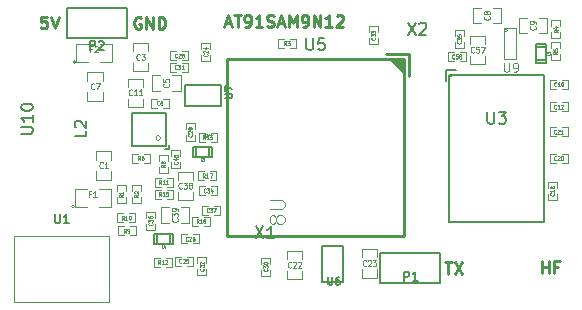
<source format=gto>
G04 #@! TF.FileFunction,Legend,Top*
%FSLAX46Y46*%
G04 Gerber Fmt 4.6, Leading zero omitted, Abs format (unit mm)*
G04 Created by KiCad (PCBNEW 4.1.0-alpha+201605292346+6852~44~ubuntu14.04.1-product) date Thu Jun  2 19:47:09 2016*
%MOMM*%
%LPD*%
G01*
G04 APERTURE LIST*
%ADD10C,0.150000*%
%ADD11C,0.250000*%
%ADD12C,0.071120*%
%ADD13C,0.127000*%
%ADD14C,0.119380*%
%ADD15C,0.099060*%
%ADD16C,0.254000*%
%ADD17C,0.078740*%
%ADD18C,0.203200*%
%ADD19C,0.000120*%
%ADD20C,0.152400*%
%ADD21C,0.040640*%
%ADD22C,0.063500*%
%ADD23C,0.114300*%
%ADD24C,0.190500*%
%ADD25C,0.200000*%
%ADD26C,0.109220*%
%ADD27C,0.088900*%
G04 APERTURE END LIST*
D10*
D11*
X148492200Y-83148466D02*
X148968390Y-83148466D01*
X148396961Y-83434180D02*
X148730295Y-82434180D01*
X149063628Y-83434180D01*
X149254104Y-82434180D02*
X149825533Y-82434180D01*
X149539819Y-83434180D02*
X149539819Y-82434180D01*
X150206485Y-83434180D02*
X150396961Y-83434180D01*
X150492200Y-83386561D01*
X150539819Y-83338942D01*
X150635057Y-83196085D01*
X150682676Y-83005609D01*
X150682676Y-82624657D01*
X150635057Y-82529419D01*
X150587438Y-82481800D01*
X150492200Y-82434180D01*
X150301723Y-82434180D01*
X150206485Y-82481800D01*
X150158866Y-82529419D01*
X150111247Y-82624657D01*
X150111247Y-82862752D01*
X150158866Y-82957990D01*
X150206485Y-83005609D01*
X150301723Y-83053228D01*
X150492200Y-83053228D01*
X150587438Y-83005609D01*
X150635057Y-82957990D01*
X150682676Y-82862752D01*
X151635057Y-83434180D02*
X151063628Y-83434180D01*
X151349342Y-83434180D02*
X151349342Y-82434180D01*
X151254104Y-82577038D01*
X151158866Y-82672276D01*
X151063628Y-82719895D01*
X152016009Y-83386561D02*
X152158866Y-83434180D01*
X152396961Y-83434180D01*
X152492200Y-83386561D01*
X152539819Y-83338942D01*
X152587438Y-83243704D01*
X152587438Y-83148466D01*
X152539819Y-83053228D01*
X152492200Y-83005609D01*
X152396961Y-82957990D01*
X152206485Y-82910371D01*
X152111247Y-82862752D01*
X152063628Y-82815133D01*
X152016009Y-82719895D01*
X152016009Y-82624657D01*
X152063628Y-82529419D01*
X152111247Y-82481800D01*
X152206485Y-82434180D01*
X152444580Y-82434180D01*
X152587438Y-82481800D01*
X152968390Y-83148466D02*
X153444580Y-83148466D01*
X152873152Y-83434180D02*
X153206485Y-82434180D01*
X153539819Y-83434180D01*
X153873152Y-83434180D02*
X153873152Y-82434180D01*
X154206485Y-83148466D01*
X154539819Y-82434180D01*
X154539819Y-83434180D01*
X155063628Y-83434180D02*
X155254104Y-83434180D01*
X155349342Y-83386561D01*
X155396961Y-83338942D01*
X155492200Y-83196085D01*
X155539819Y-83005609D01*
X155539819Y-82624657D01*
X155492200Y-82529419D01*
X155444580Y-82481800D01*
X155349342Y-82434180D01*
X155158866Y-82434180D01*
X155063628Y-82481800D01*
X155016009Y-82529419D01*
X154968390Y-82624657D01*
X154968390Y-82862752D01*
X155016009Y-82957990D01*
X155063628Y-83005609D01*
X155158866Y-83053228D01*
X155349342Y-83053228D01*
X155444580Y-83005609D01*
X155492200Y-82957990D01*
X155539819Y-82862752D01*
X155968390Y-83434180D02*
X155968390Y-82434180D01*
X156539819Y-83434180D01*
X156539819Y-82434180D01*
X157539819Y-83434180D02*
X156968390Y-83434180D01*
X157254104Y-83434180D02*
X157254104Y-82434180D01*
X157158866Y-82577038D01*
X157063628Y-82672276D01*
X156968390Y-82719895D01*
X157920771Y-82529419D02*
X157968390Y-82481800D01*
X158063628Y-82434180D01*
X158301723Y-82434180D01*
X158396961Y-82481800D01*
X158444580Y-82529419D01*
X158492200Y-82624657D01*
X158492200Y-82719895D01*
X158444580Y-82862752D01*
X157873152Y-83434180D01*
X158492200Y-83434180D01*
X175307714Y-104274880D02*
X175307714Y-103274880D01*
X175307714Y-103751071D02*
X175879142Y-103751071D01*
X175879142Y-104274880D02*
X175879142Y-103274880D01*
X176688666Y-103751071D02*
X176355333Y-103751071D01*
X176355333Y-104274880D02*
X176355333Y-103274880D01*
X176831523Y-103274880D01*
X141338395Y-82672300D02*
X141243157Y-82624680D01*
X141100300Y-82624680D01*
X140957442Y-82672300D01*
X140862204Y-82767538D01*
X140814585Y-82862776D01*
X140766966Y-83053252D01*
X140766966Y-83196109D01*
X140814585Y-83386585D01*
X140862204Y-83481823D01*
X140957442Y-83577061D01*
X141100300Y-83624680D01*
X141195538Y-83624680D01*
X141338395Y-83577061D01*
X141386014Y-83529442D01*
X141386014Y-83196109D01*
X141195538Y-83196109D01*
X141814585Y-83624680D02*
X141814585Y-82624680D01*
X142386014Y-83624680D01*
X142386014Y-82624680D01*
X142862204Y-83624680D02*
X142862204Y-82624680D01*
X143100300Y-82624680D01*
X143243157Y-82672300D01*
X143338395Y-82767538D01*
X143386014Y-82862776D01*
X143433633Y-83053252D01*
X143433633Y-83196109D01*
X143386014Y-83386585D01*
X143338395Y-83481823D01*
X143243157Y-83577061D01*
X143100300Y-83624680D01*
X142862204Y-83624680D01*
X133388123Y-82573880D02*
X132911933Y-82573880D01*
X132864314Y-83050071D01*
X132911933Y-83002452D01*
X133007171Y-82954833D01*
X133245266Y-82954833D01*
X133340504Y-83002452D01*
X133388123Y-83050071D01*
X133435742Y-83145309D01*
X133435742Y-83383404D01*
X133388123Y-83478642D01*
X133340504Y-83526261D01*
X133245266Y-83573880D01*
X133007171Y-83573880D01*
X132911933Y-83526261D01*
X132864314Y-83478642D01*
X133721457Y-82573880D02*
X134054790Y-83573880D01*
X134388123Y-82573880D01*
X167093995Y-103351080D02*
X167665423Y-103351080D01*
X167379709Y-104351080D02*
X167379709Y-103351080D01*
X167903519Y-103351080D02*
X168570185Y-104351080D01*
X168570185Y-103351080D02*
X167903519Y-104351080D01*
D12*
X142684500Y-89509600D02*
X142176500Y-89509600D01*
X142176500Y-89509600D02*
X142176500Y-90271600D01*
X142176500Y-90271600D02*
X142684500Y-90271600D01*
X143192500Y-89509600D02*
X143700500Y-89509600D01*
X143700500Y-89509600D02*
X143700500Y-90271600D01*
X143700500Y-90271600D02*
X143192500Y-90271600D01*
X176466500Y-89839800D02*
X175958500Y-89839800D01*
X175958500Y-89839800D02*
X175958500Y-90601800D01*
X175958500Y-90601800D02*
X176466500Y-90601800D01*
X176974500Y-89839800D02*
X177482500Y-89839800D01*
X177482500Y-89839800D02*
X177482500Y-90601800D01*
X177482500Y-90601800D02*
X176974500Y-90601800D01*
X176580800Y-97078800D02*
X176580800Y-96570800D01*
X176580800Y-96570800D02*
X175818800Y-96570800D01*
X175818800Y-96570800D02*
X175818800Y-97078800D01*
X176580800Y-97586800D02*
X176580800Y-98094800D01*
X176580800Y-98094800D02*
X175818800Y-98094800D01*
X175818800Y-98094800D02*
X175818800Y-97586800D01*
X176479200Y-87947500D02*
X175971200Y-87947500D01*
X175971200Y-87947500D02*
X175971200Y-88709500D01*
X175971200Y-88709500D02*
X176479200Y-88709500D01*
X176987200Y-87947500D02*
X177495200Y-87947500D01*
X177495200Y-87947500D02*
X177495200Y-88709500D01*
X177495200Y-88709500D02*
X176987200Y-88709500D01*
X176453800Y-94183200D02*
X175945800Y-94183200D01*
X175945800Y-94183200D02*
X175945800Y-94945200D01*
X175945800Y-94945200D02*
X176453800Y-94945200D01*
X176961800Y-94183200D02*
X177469800Y-94183200D01*
X177469800Y-94183200D02*
X177469800Y-94945200D01*
X177469800Y-94945200D02*
X176961800Y-94945200D01*
X176453800Y-91948000D02*
X175945800Y-91948000D01*
X175945800Y-91948000D02*
X175945800Y-92710000D01*
X175945800Y-92710000D02*
X176453800Y-92710000D01*
X176961800Y-91948000D02*
X177469800Y-91948000D01*
X177469800Y-91948000D02*
X177469800Y-92710000D01*
X177469800Y-92710000D02*
X176961800Y-92710000D01*
X147218400Y-85293200D02*
X147218400Y-84785200D01*
X147218400Y-84785200D02*
X146456400Y-84785200D01*
X146456400Y-84785200D02*
X146456400Y-85293200D01*
X147218400Y-85801200D02*
X147218400Y-86309200D01*
X147218400Y-86309200D02*
X146456400Y-86309200D01*
X146456400Y-86309200D02*
X146456400Y-85801200D01*
X145224500Y-103657400D02*
X145732500Y-103657400D01*
X145732500Y-103657400D02*
X145732500Y-102895400D01*
X145732500Y-102895400D02*
X145224500Y-102895400D01*
X144716500Y-103657400D02*
X144208500Y-103657400D01*
X144208500Y-103657400D02*
X144208500Y-102895400D01*
X144208500Y-102895400D02*
X144716500Y-102895400D01*
X145770600Y-101777800D02*
X146278600Y-101777800D01*
X146278600Y-101777800D02*
X146278600Y-101015800D01*
X146278600Y-101015800D02*
X145770600Y-101015800D01*
X145262600Y-101777800D02*
X144754600Y-101777800D01*
X144754600Y-101777800D02*
X144754600Y-101015800D01*
X144754600Y-101015800D02*
X145262600Y-101015800D01*
X144360900Y-85509100D02*
X143852900Y-85509100D01*
X143852900Y-85509100D02*
X143852900Y-86271100D01*
X143852900Y-86271100D02*
X144360900Y-86271100D01*
X144868900Y-85509100D02*
X145376900Y-85509100D01*
X145376900Y-85509100D02*
X145376900Y-86271100D01*
X145376900Y-86271100D02*
X144868900Y-86271100D01*
X145935700Y-92087700D02*
X145935700Y-91579700D01*
X145935700Y-91579700D02*
X145173700Y-91579700D01*
X145173700Y-91579700D02*
X145173700Y-92087700D01*
X145935700Y-92595700D02*
X145935700Y-93103700D01*
X145935700Y-93103700D02*
X145173700Y-93103700D01*
X145173700Y-93103700D02*
X145173700Y-92595700D01*
X151536400Y-103987600D02*
X151536400Y-104495600D01*
X151536400Y-104495600D02*
X152298400Y-104495600D01*
X152298400Y-104495600D02*
X152298400Y-103987600D01*
X151536400Y-103479600D02*
X151536400Y-102971600D01*
X151536400Y-102971600D02*
X152298400Y-102971600D01*
X152298400Y-102971600D02*
X152298400Y-103479600D01*
X176110900Y-83908900D02*
X176110900Y-84416900D01*
X176110900Y-84416900D02*
X176872900Y-84416900D01*
X176872900Y-84416900D02*
X176872900Y-83908900D01*
X176110900Y-83400900D02*
X176110900Y-82892900D01*
X176110900Y-82892900D02*
X176872900Y-82892900D01*
X176872900Y-82892900D02*
X176872900Y-83400900D01*
X176834800Y-85255100D02*
X176834800Y-84747100D01*
X176834800Y-84747100D02*
X176072800Y-84747100D01*
X176072800Y-84747100D02*
X176072800Y-85255100D01*
X176834800Y-85763100D02*
X176834800Y-86271100D01*
X176834800Y-86271100D02*
X176072800Y-86271100D01*
X176072800Y-86271100D02*
X176072800Y-85763100D01*
X141084300Y-94170500D02*
X140576300Y-94170500D01*
X140576300Y-94170500D02*
X140576300Y-94932500D01*
X140576300Y-94932500D02*
X141084300Y-94932500D01*
X141592300Y-94170500D02*
X142100300Y-94170500D01*
X142100300Y-94170500D02*
X142100300Y-94932500D01*
X142100300Y-94932500D02*
X141592300Y-94932500D01*
X142875000Y-95326200D02*
X142875000Y-95834200D01*
X142875000Y-95834200D02*
X143637000Y-95834200D01*
X143637000Y-95834200D02*
X143637000Y-95326200D01*
X142875000Y-94818200D02*
X142875000Y-94310200D01*
X142875000Y-94310200D02*
X143637000Y-94310200D01*
X143637000Y-94310200D02*
X143637000Y-94818200D01*
X140398500Y-101092000D02*
X140906500Y-101092000D01*
X140906500Y-101092000D02*
X140906500Y-100330000D01*
X140906500Y-100330000D02*
X140398500Y-100330000D01*
X139890500Y-101092000D02*
X139382500Y-101092000D01*
X139382500Y-101092000D02*
X139382500Y-100330000D01*
X139382500Y-100330000D02*
X139890500Y-100330000D01*
X140373100Y-99987100D02*
X140881100Y-99987100D01*
X140881100Y-99987100D02*
X140881100Y-99225100D01*
X140881100Y-99225100D02*
X140373100Y-99225100D01*
X139865100Y-99987100D02*
X139357100Y-99987100D01*
X139357100Y-99987100D02*
X139357100Y-99225100D01*
X139357100Y-99225100D02*
X139865100Y-99225100D01*
X143535400Y-97002600D02*
X144043400Y-97002600D01*
X144043400Y-97002600D02*
X144043400Y-96240600D01*
X144043400Y-96240600D02*
X143535400Y-96240600D01*
X143027400Y-97002600D02*
X142519400Y-97002600D01*
X142519400Y-97002600D02*
X142519400Y-96240600D01*
X142519400Y-96240600D02*
X143027400Y-96240600D01*
X143433800Y-103759000D02*
X143941800Y-103759000D01*
X143941800Y-103759000D02*
X143941800Y-102997000D01*
X143941800Y-102997000D02*
X143433800Y-102997000D01*
X142925800Y-103759000D02*
X142417800Y-103759000D01*
X142417800Y-103759000D02*
X142417800Y-102997000D01*
X142417800Y-102997000D02*
X142925800Y-102997000D01*
X146735800Y-92392500D02*
X146227800Y-92392500D01*
X146227800Y-92392500D02*
X146227800Y-93154500D01*
X146227800Y-93154500D02*
X146735800Y-93154500D01*
X147243800Y-92392500D02*
X147751800Y-92392500D01*
X147751800Y-92392500D02*
X147751800Y-93154500D01*
X147751800Y-93154500D02*
X147243800Y-93154500D01*
X143027400Y-97218500D02*
X142519400Y-97218500D01*
X142519400Y-97218500D02*
X142519400Y-97980500D01*
X142519400Y-97980500D02*
X143027400Y-97980500D01*
X143535400Y-97218500D02*
X144043400Y-97218500D01*
X144043400Y-97218500D02*
X144043400Y-97980500D01*
X144043400Y-97980500D02*
X143535400Y-97980500D01*
X146723100Y-95656400D02*
X146215100Y-95656400D01*
X146215100Y-95656400D02*
X146215100Y-96418400D01*
X146215100Y-96418400D02*
X146723100Y-96418400D01*
X147231100Y-95656400D02*
X147739100Y-95656400D01*
X147739100Y-95656400D02*
X147739100Y-96418400D01*
X147739100Y-96418400D02*
X147231100Y-96418400D01*
X146177000Y-99504500D02*
X145669000Y-99504500D01*
X145669000Y-99504500D02*
X145669000Y-100266500D01*
X145669000Y-100266500D02*
X146177000Y-100266500D01*
X146685000Y-99504500D02*
X147193000Y-99504500D01*
X147193000Y-99504500D02*
X147193000Y-100266500D01*
X147193000Y-100266500D02*
X146685000Y-100266500D01*
X146900900Y-103454200D02*
X146900900Y-102946200D01*
X146900900Y-102946200D02*
X146138900Y-102946200D01*
X146138900Y-102946200D02*
X146138900Y-103454200D01*
X146900900Y-103962200D02*
X146900900Y-104470200D01*
X146900900Y-104470200D02*
X146138900Y-104470200D01*
X146138900Y-104470200D02*
X146138900Y-103962200D01*
X147294600Y-97688400D02*
X147802600Y-97688400D01*
X147802600Y-97688400D02*
X147802600Y-96926400D01*
X147802600Y-96926400D02*
X147294600Y-96926400D01*
X146786600Y-97688400D02*
X146278600Y-97688400D01*
X146278600Y-97688400D02*
X146278600Y-96926400D01*
X146278600Y-96926400D02*
X146786600Y-96926400D01*
D13*
X174815500Y-86233000D02*
X175628300Y-86233000D01*
X175602900Y-85115400D02*
X174815500Y-85115400D01*
X175628300Y-84861400D02*
X175628300Y-86487000D01*
X175628300Y-86487000D02*
X174815500Y-86487000D01*
X174815500Y-86487000D02*
X174815500Y-84861400D01*
X174815500Y-84861400D02*
X175628300Y-84861400D01*
D12*
X168694100Y-84213700D02*
X168694100Y-83705700D01*
X168694100Y-83705700D02*
X167932100Y-83705700D01*
X167932100Y-83705700D02*
X167932100Y-84213700D01*
X168694100Y-84721700D02*
X168694100Y-85229700D01*
X168694100Y-85229700D02*
X167932100Y-85229700D01*
X167932100Y-85229700D02*
X167932100Y-84721700D01*
X141795500Y-100101400D02*
X141795500Y-100609400D01*
X141795500Y-100609400D02*
X142557500Y-100609400D01*
X142557500Y-100609400D02*
X142557500Y-100101400D01*
X141795500Y-99593400D02*
X141795500Y-99085400D01*
X141795500Y-99085400D02*
X142557500Y-99085400D01*
X142557500Y-99085400D02*
X142557500Y-99593400D01*
X147548600Y-99364800D02*
X148056600Y-99364800D01*
X148056600Y-99364800D02*
X148056600Y-98602800D01*
X148056600Y-98602800D02*
X147548600Y-98602800D01*
X147040600Y-99364800D02*
X146532600Y-99364800D01*
X146532600Y-99364800D02*
X146532600Y-98602800D01*
X146532600Y-98602800D02*
X147040600Y-98602800D01*
D13*
X145973800Y-93637100D02*
X145973800Y-94449900D01*
X147091400Y-94424500D02*
X147091400Y-93637100D01*
X147345400Y-94449900D02*
X145719800Y-94449900D01*
X145719800Y-94449900D02*
X145719800Y-93637100D01*
X145719800Y-93637100D02*
X147345400Y-93637100D01*
X147345400Y-93637100D02*
X147345400Y-94449900D01*
X158496000Y-105054400D02*
X156718000Y-105054400D01*
X156718000Y-105054400D02*
X156718000Y-102006400D01*
X156718000Y-102006400D02*
X158496000Y-102006400D01*
X158496000Y-102006400D02*
X158496000Y-105054400D01*
X148107400Y-88392000D02*
X148107400Y-90170000D01*
X148107400Y-90170000D02*
X145059400Y-90170000D01*
X145059400Y-90170000D02*
X145059400Y-88392000D01*
X145059400Y-88392000D02*
X148107400Y-88392000D01*
X142709900Y-101015800D02*
X142709900Y-101828600D01*
X143827500Y-101803200D02*
X143827500Y-101015800D01*
X144081500Y-101828600D02*
X142455900Y-101828600D01*
X142455900Y-101828600D02*
X142455900Y-101015800D01*
X142455900Y-101015800D02*
X144081500Y-101015800D01*
X144081500Y-101015800D02*
X144081500Y-101828600D01*
D14*
X138851640Y-94673420D02*
X138851640Y-93974920D01*
X138851640Y-95674180D02*
X138851640Y-96372680D01*
X137551160Y-94673420D02*
X137551160Y-93974920D01*
X137551160Y-96372680D02*
X137551160Y-95674180D01*
X137566400Y-93974920D02*
X138836400Y-93974920D01*
X138836400Y-96372680D02*
X137566400Y-96372680D01*
X143009620Y-87538560D02*
X142311120Y-87538560D01*
X144010380Y-87538560D02*
X144708880Y-87538560D01*
X143009620Y-88839040D02*
X142311120Y-88839040D01*
X144708880Y-88839040D02*
X144010380Y-88839040D01*
X142311120Y-88823800D02*
X142311120Y-87553800D01*
X144708880Y-87553800D02*
X144708880Y-88823800D01*
X138127740Y-87993220D02*
X138127740Y-87294720D01*
X138127740Y-88993980D02*
X138127740Y-89692480D01*
X136827260Y-87993220D02*
X136827260Y-87294720D01*
X136827260Y-89692480D02*
X136827260Y-88993980D01*
X136842500Y-87294720D02*
X138112500Y-87294720D01*
X138112500Y-89692480D02*
X136842500Y-89692480D01*
X174061120Y-82661760D02*
X173362620Y-82661760D01*
X175061880Y-82661760D02*
X175760380Y-82661760D01*
X174061120Y-83962240D02*
X173362620Y-83962240D01*
X175760380Y-83962240D02*
X175061880Y-83962240D01*
X173362620Y-83947000D02*
X173362620Y-82677000D01*
X175760380Y-82677000D02*
X175760380Y-83947000D01*
X140256260Y-89514680D02*
X140256260Y-90213180D01*
X140256260Y-88513920D02*
X140256260Y-87815420D01*
X141556740Y-89514680D02*
X141556740Y-90213180D01*
X141556740Y-87815420D02*
X141556740Y-88513920D01*
X141541500Y-90213180D02*
X140271500Y-90213180D01*
X140271500Y-87815420D02*
X141541500Y-87815420D01*
X155018740Y-103106220D02*
X155018740Y-102407720D01*
X155018740Y-104106980D02*
X155018740Y-104805480D01*
X153718260Y-103106220D02*
X153718260Y-102407720D01*
X153718260Y-104805480D02*
X153718260Y-104106980D01*
X153733500Y-102407720D02*
X155003500Y-102407720D01*
X155003500Y-104805480D02*
X153733500Y-104805480D01*
X160042860Y-103967280D02*
X160042860Y-104665780D01*
X160042860Y-102966520D02*
X160042860Y-102268020D01*
X161343340Y-103967280D02*
X161343340Y-104665780D01*
X161343340Y-102268020D02*
X161343340Y-102966520D01*
X161328100Y-104665780D02*
X160058100Y-104665780D01*
X160058100Y-102268020D02*
X161328100Y-102268020D01*
D12*
X144856200Y-87249000D02*
X145364200Y-87249000D01*
X145364200Y-87249000D02*
X145364200Y-86487000D01*
X145364200Y-86487000D02*
X144856200Y-86487000D01*
X144348200Y-87249000D02*
X143840200Y-87249000D01*
X143840200Y-87249000D02*
X143840200Y-86487000D01*
X143840200Y-86487000D02*
X144348200Y-86487000D01*
X161429700Y-83896200D02*
X161429700Y-83388200D01*
X161429700Y-83388200D02*
X160667700Y-83388200D01*
X160667700Y-83388200D02*
X160667700Y-83896200D01*
X161429700Y-84404200D02*
X161429700Y-84912200D01*
X161429700Y-84912200D02*
X160667700Y-84912200D01*
X160667700Y-84912200D02*
X160667700Y-84404200D01*
D14*
X144459960Y-97401380D02*
X144459960Y-98099880D01*
X144459960Y-96400620D02*
X144459960Y-95702120D01*
X145760440Y-97401380D02*
X145760440Y-98099880D01*
X145760440Y-95702120D02*
X145760440Y-96400620D01*
X145745200Y-98099880D02*
X144475200Y-98099880D01*
X144475200Y-95702120D02*
X145745200Y-95702120D01*
X143746220Y-98714560D02*
X143047720Y-98714560D01*
X144746980Y-98714560D02*
X145445480Y-98714560D01*
X143746220Y-100015040D02*
X143047720Y-100015040D01*
X145445480Y-100015040D02*
X144746980Y-100015040D01*
X143047720Y-99999800D02*
X143047720Y-98729800D01*
X145445480Y-98729800D02*
X145445480Y-99999800D01*
D12*
X144691100Y-94399100D02*
X144691100Y-93891100D01*
X144691100Y-93891100D02*
X143929100Y-93891100D01*
X143929100Y-93891100D02*
X143929100Y-94399100D01*
X144691100Y-94907100D02*
X144691100Y-95415100D01*
X144691100Y-95415100D02*
X143929100Y-95415100D01*
X143929100Y-95415100D02*
X143929100Y-94907100D01*
D15*
X130644900Y-106537760D02*
X130644900Y-106735880D01*
X138645900Y-106537760D02*
X138645900Y-106735880D01*
X130644900Y-101137720D02*
X138645900Y-101137720D01*
X138645900Y-101137720D02*
X138645900Y-106537760D01*
X138645900Y-106735880D02*
X130644900Y-106735880D01*
X130644900Y-106537760D02*
X130644900Y-101137720D01*
D10*
X168050000Y-87126000D02*
X167150000Y-87126000D01*
X167150000Y-87126000D02*
X167150000Y-88026000D01*
X167700000Y-87476000D02*
X167450000Y-87726000D01*
X167450000Y-87476000D02*
X175450000Y-87476000D01*
X175450000Y-87476000D02*
X175450000Y-99976000D01*
X175450000Y-99976000D02*
X167450000Y-99976000D01*
X167450000Y-99976000D02*
X167450000Y-87476000D01*
D16*
X164021100Y-87637100D02*
X164021100Y-85737100D01*
X164021100Y-85737100D02*
X162121100Y-85737100D01*
X163621100Y-86137100D02*
X163121100Y-86637100D01*
X163621100Y-86637100D02*
X163121100Y-86137100D01*
X163621100Y-86937100D02*
X162821100Y-86137100D01*
X163621100Y-87237100D02*
X163621100Y-86137100D01*
X163621100Y-86137100D02*
X162521100Y-86137100D01*
X163621100Y-101137100D02*
X148621100Y-101137100D01*
X148621100Y-101137100D02*
X148621100Y-86137100D01*
X148621100Y-86137100D02*
X162521100Y-86137100D01*
X162521100Y-86137100D02*
X163621100Y-87237100D01*
X163621100Y-87237100D02*
X163621100Y-101137100D01*
D14*
X170174920Y-81823560D02*
X169476420Y-81823560D01*
X171175680Y-81823560D02*
X171874180Y-81823560D01*
X170174920Y-83124040D02*
X169476420Y-83124040D01*
X171874180Y-83124040D02*
X171175680Y-83124040D01*
X169476420Y-83108800D02*
X169476420Y-81838800D01*
X171874180Y-81838800D02*
X171874180Y-83108800D01*
X170512740Y-84881720D02*
X170512740Y-84183220D01*
X170512740Y-85882480D02*
X170512740Y-86580980D01*
X169212260Y-84881720D02*
X169212260Y-84183220D01*
X169212260Y-86580980D02*
X169212260Y-85882480D01*
X169227500Y-84183220D02*
X170497500Y-84183220D01*
X170497500Y-86580980D02*
X169227500Y-86580980D01*
D17*
X172388850Y-83723480D02*
G75*
G03X172388850Y-83723480I-159070J0D01*
G01*
X173088300Y-86169500D02*
X172072300Y-86169500D01*
X173088300Y-83566000D02*
X172072300Y-83566000D01*
X172072300Y-86169500D02*
X172072300Y-83566000D01*
X173088300Y-83566000D02*
X173088300Y-86169500D01*
D12*
X167830500Y-85585300D02*
X167322500Y-85585300D01*
X167322500Y-85585300D02*
X167322500Y-86347300D01*
X167322500Y-86347300D02*
X167830500Y-86347300D01*
X168338500Y-85585300D02*
X168846500Y-85585300D01*
X168846500Y-85585300D02*
X168846500Y-86347300D01*
X168846500Y-86347300D02*
X168338500Y-86347300D01*
D10*
X143386800Y-93800400D02*
X143736800Y-93800400D01*
X143736800Y-93800400D02*
X143736800Y-93450400D01*
D18*
X143436340Y-93499940D02*
X140637260Y-93499940D01*
X140637260Y-93499940D02*
X140637260Y-90700860D01*
X140637260Y-90700860D02*
X143436340Y-90700860D01*
X143436340Y-90700860D02*
X143436340Y-93499940D01*
D19*
X143005474Y-92849700D02*
G75*
G03X143005474Y-92849700I-193974J0D01*
G01*
D14*
X140675360Y-86517480D02*
X140675360Y-87215980D01*
X140675360Y-85516720D02*
X140675360Y-84818220D01*
X141975840Y-86517480D02*
X141975840Y-87215980D01*
X141975840Y-84818220D02*
X141975840Y-85516720D01*
X141960600Y-87215980D02*
X140690600Y-87215980D01*
X140690600Y-84818220D02*
X141960600Y-84818220D01*
D12*
X139319000Y-97878900D02*
X139319000Y-98386900D01*
X139319000Y-98386900D02*
X140081000Y-98386900D01*
X140081000Y-98386900D02*
X140081000Y-97878900D01*
X139319000Y-97370900D02*
X139319000Y-96862900D01*
X139319000Y-96862900D02*
X140081000Y-96862900D01*
X140081000Y-96862900D02*
X140081000Y-97370900D01*
X140589000Y-97853500D02*
X140589000Y-98361500D01*
X140589000Y-98361500D02*
X141351000Y-98361500D01*
X141351000Y-98361500D02*
X141351000Y-97853500D01*
X140589000Y-97345500D02*
X140589000Y-96837500D01*
X140589000Y-96837500D02*
X141351000Y-96837500D01*
X141351000Y-96837500D02*
X141351000Y-97345500D01*
D15*
X135737600Y-98679000D02*
G75*
G03X135737600Y-98679000I-127000J0D01*
G01*
X136753600Y-98679000D02*
X135737600Y-98679000D01*
X135737600Y-98679000D02*
X135737600Y-97155000D01*
X135737600Y-97155000D02*
X136753600Y-97155000D01*
X137769600Y-97155000D02*
X138785600Y-97155000D01*
X138785600Y-97155000D02*
X138785600Y-98679000D01*
X138785600Y-98679000D02*
X137769600Y-98679000D01*
X135839200Y-86423500D02*
G75*
G03X135839200Y-86423500I-127000J0D01*
G01*
X136855200Y-86423500D02*
X135839200Y-86423500D01*
X135839200Y-86423500D02*
X135839200Y-84899500D01*
X135839200Y-84899500D02*
X136855200Y-84899500D01*
X137871200Y-84899500D02*
X138887200Y-84899500D01*
X138887200Y-84899500D02*
X138887200Y-86423500D01*
X138887200Y-86423500D02*
X137871200Y-86423500D01*
D20*
X140157200Y-81851500D02*
X140157200Y-84391500D01*
X140157200Y-84391500D02*
X135077200Y-84391500D01*
X135077200Y-84391500D02*
X135077200Y-81851500D01*
X135077200Y-81851500D02*
X140157200Y-81851500D01*
X166700200Y-102565200D02*
X166700200Y-105105200D01*
X166700200Y-105105200D02*
X161620200Y-105105200D01*
X161620200Y-105105200D02*
X161620200Y-102565200D01*
X161620200Y-102565200D02*
X166700200Y-102565200D01*
D12*
X153454100Y-84442300D02*
X152946100Y-84442300D01*
X152946100Y-84442300D02*
X152946100Y-85204300D01*
X152946100Y-85204300D02*
X153454100Y-85204300D01*
X153962100Y-84442300D02*
X154470100Y-84442300D01*
X154470100Y-84442300D02*
X154470100Y-85204300D01*
X154470100Y-85204300D02*
X153962100Y-85204300D01*
X142887700Y-90015785D02*
X142873185Y-90032477D01*
X142829642Y-90049168D01*
X142800614Y-90049168D01*
X142757071Y-90032477D01*
X142728042Y-89999094D01*
X142713528Y-89965711D01*
X142699014Y-89898945D01*
X142699014Y-89848871D01*
X142713528Y-89782105D01*
X142728042Y-89748722D01*
X142757071Y-89715340D01*
X142800614Y-89698648D01*
X142829642Y-89698648D01*
X142873185Y-89715340D01*
X142887700Y-89732031D01*
X143148957Y-89698648D02*
X143090900Y-89698648D01*
X143061871Y-89715340D01*
X143047357Y-89732031D01*
X143018328Y-89782105D01*
X143003814Y-89848871D01*
X143003814Y-89982402D01*
X143018328Y-90015785D01*
X143032842Y-90032477D01*
X143061871Y-90049168D01*
X143119928Y-90049168D01*
X143148957Y-90032477D01*
X143163471Y-90015785D01*
X143177985Y-89982402D01*
X143177985Y-89898945D01*
X143163471Y-89865562D01*
X143148957Y-89848871D01*
X143119928Y-89832180D01*
X143061871Y-89832180D01*
X143032842Y-89848871D01*
X143018328Y-89865562D01*
X143003814Y-89898945D01*
X176524557Y-90345985D02*
X176510042Y-90362677D01*
X176466500Y-90379368D01*
X176437471Y-90379368D01*
X176393928Y-90362677D01*
X176364900Y-90329294D01*
X176350385Y-90295911D01*
X176335871Y-90229145D01*
X176335871Y-90179071D01*
X176350385Y-90112305D01*
X176364900Y-90078922D01*
X176393928Y-90045540D01*
X176437471Y-90028848D01*
X176466500Y-90028848D01*
X176510042Y-90045540D01*
X176524557Y-90062231D01*
X176814842Y-90379368D02*
X176640671Y-90379368D01*
X176727757Y-90379368D02*
X176727757Y-90028848D01*
X176698728Y-90078922D01*
X176669700Y-90112305D01*
X176640671Y-90128997D01*
X176930957Y-90062231D02*
X176945471Y-90045540D01*
X176974500Y-90028848D01*
X177047071Y-90028848D01*
X177076100Y-90045540D01*
X177090614Y-90062231D01*
X177105128Y-90095614D01*
X177105128Y-90128997D01*
X177090614Y-90179071D01*
X176916442Y-90379368D01*
X177105128Y-90379368D01*
X176324985Y-97528742D02*
X176341677Y-97543257D01*
X176358368Y-97586800D01*
X176358368Y-97615828D01*
X176341677Y-97659371D01*
X176308294Y-97688400D01*
X176274911Y-97702914D01*
X176208145Y-97717428D01*
X176158071Y-97717428D01*
X176091305Y-97702914D01*
X176057922Y-97688400D01*
X176024540Y-97659371D01*
X176007848Y-97615828D01*
X176007848Y-97586800D01*
X176024540Y-97543257D01*
X176041231Y-97528742D01*
X176358368Y-97238457D02*
X176358368Y-97412628D01*
X176358368Y-97325542D02*
X176007848Y-97325542D01*
X176057922Y-97354571D01*
X176091305Y-97383600D01*
X176107997Y-97412628D01*
X176158071Y-97064285D02*
X176141380Y-97093314D01*
X176124688Y-97107828D01*
X176091305Y-97122342D01*
X176074614Y-97122342D01*
X176041231Y-97107828D01*
X176024540Y-97093314D01*
X176007848Y-97064285D01*
X176007848Y-97006228D01*
X176024540Y-96977200D01*
X176041231Y-96962685D01*
X176074614Y-96948171D01*
X176091305Y-96948171D01*
X176124688Y-96962685D01*
X176141380Y-96977200D01*
X176158071Y-97006228D01*
X176158071Y-97064285D01*
X176174762Y-97093314D01*
X176191454Y-97107828D01*
X176224837Y-97122342D01*
X176291602Y-97122342D01*
X176324985Y-97107828D01*
X176341677Y-97093314D01*
X176358368Y-97064285D01*
X176358368Y-97006228D01*
X176341677Y-96977200D01*
X176324985Y-96962685D01*
X176291602Y-96948171D01*
X176224837Y-96948171D01*
X176191454Y-96962685D01*
X176174762Y-96977200D01*
X176158071Y-97006228D01*
X176537257Y-88453685D02*
X176522742Y-88470377D01*
X176479200Y-88487068D01*
X176450171Y-88487068D01*
X176406628Y-88470377D01*
X176377600Y-88436994D01*
X176363085Y-88403611D01*
X176348571Y-88336845D01*
X176348571Y-88286771D01*
X176363085Y-88220005D01*
X176377600Y-88186622D01*
X176406628Y-88153240D01*
X176450171Y-88136548D01*
X176479200Y-88136548D01*
X176522742Y-88153240D01*
X176537257Y-88169931D01*
X176827542Y-88487068D02*
X176653371Y-88487068D01*
X176740457Y-88487068D02*
X176740457Y-88136548D01*
X176711428Y-88186622D01*
X176682400Y-88220005D01*
X176653371Y-88236697D01*
X176972685Y-88487068D02*
X177030742Y-88487068D01*
X177059771Y-88470377D01*
X177074285Y-88453685D01*
X177103314Y-88403611D01*
X177117828Y-88336845D01*
X177117828Y-88203314D01*
X177103314Y-88169931D01*
X177088800Y-88153240D01*
X177059771Y-88136548D01*
X177001714Y-88136548D01*
X176972685Y-88153240D01*
X176958171Y-88169931D01*
X176943657Y-88203314D01*
X176943657Y-88286771D01*
X176958171Y-88320154D01*
X176972685Y-88336845D01*
X177001714Y-88353537D01*
X177059771Y-88353537D01*
X177088800Y-88336845D01*
X177103314Y-88320154D01*
X177117828Y-88286771D01*
X176511857Y-94689385D02*
X176497342Y-94706077D01*
X176453800Y-94722768D01*
X176424771Y-94722768D01*
X176381228Y-94706077D01*
X176352200Y-94672694D01*
X176337685Y-94639311D01*
X176323171Y-94572545D01*
X176323171Y-94522471D01*
X176337685Y-94455705D01*
X176352200Y-94422322D01*
X176381228Y-94388940D01*
X176424771Y-94372248D01*
X176453800Y-94372248D01*
X176497342Y-94388940D01*
X176511857Y-94405631D01*
X176627971Y-94405631D02*
X176642485Y-94388940D01*
X176671514Y-94372248D01*
X176744085Y-94372248D01*
X176773114Y-94388940D01*
X176787628Y-94405631D01*
X176802142Y-94439014D01*
X176802142Y-94472397D01*
X176787628Y-94522471D01*
X176613457Y-94722768D01*
X176802142Y-94722768D01*
X176990828Y-94372248D02*
X177019857Y-94372248D01*
X177048885Y-94388940D01*
X177063400Y-94405631D01*
X177077914Y-94439014D01*
X177092428Y-94505780D01*
X177092428Y-94589237D01*
X177077914Y-94656002D01*
X177063400Y-94689385D01*
X177048885Y-94706077D01*
X177019857Y-94722768D01*
X176990828Y-94722768D01*
X176961800Y-94706077D01*
X176947285Y-94689385D01*
X176932771Y-94656002D01*
X176918257Y-94589237D01*
X176918257Y-94505780D01*
X176932771Y-94439014D01*
X176947285Y-94405631D01*
X176961800Y-94388940D01*
X176990828Y-94372248D01*
X176511857Y-92454185D02*
X176497342Y-92470877D01*
X176453800Y-92487568D01*
X176424771Y-92487568D01*
X176381228Y-92470877D01*
X176352200Y-92437494D01*
X176337685Y-92404111D01*
X176323171Y-92337345D01*
X176323171Y-92287271D01*
X176337685Y-92220505D01*
X176352200Y-92187122D01*
X176381228Y-92153740D01*
X176424771Y-92137048D01*
X176453800Y-92137048D01*
X176497342Y-92153740D01*
X176511857Y-92170431D01*
X176627971Y-92170431D02*
X176642485Y-92153740D01*
X176671514Y-92137048D01*
X176744085Y-92137048D01*
X176773114Y-92153740D01*
X176787628Y-92170431D01*
X176802142Y-92203814D01*
X176802142Y-92237197D01*
X176787628Y-92287271D01*
X176613457Y-92487568D01*
X176802142Y-92487568D01*
X177092428Y-92487568D02*
X176918257Y-92487568D01*
X177005342Y-92487568D02*
X177005342Y-92137048D01*
X176976314Y-92187122D01*
X176947285Y-92220505D01*
X176918257Y-92237197D01*
X146962585Y-85743142D02*
X146979277Y-85757657D01*
X146995968Y-85801200D01*
X146995968Y-85830228D01*
X146979277Y-85873771D01*
X146945894Y-85902800D01*
X146912511Y-85917314D01*
X146845745Y-85931828D01*
X146795671Y-85931828D01*
X146728905Y-85917314D01*
X146695522Y-85902800D01*
X146662140Y-85873771D01*
X146645448Y-85830228D01*
X146645448Y-85801200D01*
X146662140Y-85757657D01*
X146678831Y-85743142D01*
X146678831Y-85627028D02*
X146662140Y-85612514D01*
X146645448Y-85583485D01*
X146645448Y-85510914D01*
X146662140Y-85481885D01*
X146678831Y-85467371D01*
X146712214Y-85452857D01*
X146745597Y-85452857D01*
X146795671Y-85467371D01*
X146995968Y-85641542D01*
X146995968Y-85452857D01*
X146762288Y-85191600D02*
X146995968Y-85191600D01*
X146628757Y-85264171D02*
X146879128Y-85336742D01*
X146879128Y-85148057D01*
X144774557Y-103401585D02*
X144760042Y-103418277D01*
X144716500Y-103434968D01*
X144687471Y-103434968D01*
X144643928Y-103418277D01*
X144614900Y-103384894D01*
X144600385Y-103351511D01*
X144585871Y-103284745D01*
X144585871Y-103234671D01*
X144600385Y-103167905D01*
X144614900Y-103134522D01*
X144643928Y-103101140D01*
X144687471Y-103084448D01*
X144716500Y-103084448D01*
X144760042Y-103101140D01*
X144774557Y-103117831D01*
X144890671Y-103117831D02*
X144905185Y-103101140D01*
X144934214Y-103084448D01*
X145006785Y-103084448D01*
X145035814Y-103101140D01*
X145050328Y-103117831D01*
X145064842Y-103151214D01*
X145064842Y-103184597D01*
X145050328Y-103234671D01*
X144876157Y-103434968D01*
X145064842Y-103434968D01*
X145340614Y-103084448D02*
X145195471Y-103084448D01*
X145180957Y-103251362D01*
X145195471Y-103234671D01*
X145224500Y-103217980D01*
X145297071Y-103217980D01*
X145326100Y-103234671D01*
X145340614Y-103251362D01*
X145355128Y-103284745D01*
X145355128Y-103368202D01*
X145340614Y-103401585D01*
X145326100Y-103418277D01*
X145297071Y-103434968D01*
X145224500Y-103434968D01*
X145195471Y-103418277D01*
X145180957Y-103401585D01*
X145320657Y-101521985D02*
X145306142Y-101538677D01*
X145262600Y-101555368D01*
X145233571Y-101555368D01*
X145190028Y-101538677D01*
X145161000Y-101505294D01*
X145146485Y-101471911D01*
X145131971Y-101405145D01*
X145131971Y-101355071D01*
X145146485Y-101288305D01*
X145161000Y-101254922D01*
X145190028Y-101221540D01*
X145233571Y-101204848D01*
X145262600Y-101204848D01*
X145306142Y-101221540D01*
X145320657Y-101238231D01*
X145436771Y-101238231D02*
X145451285Y-101221540D01*
X145480314Y-101204848D01*
X145552885Y-101204848D01*
X145581914Y-101221540D01*
X145596428Y-101238231D01*
X145610942Y-101271614D01*
X145610942Y-101304997D01*
X145596428Y-101355071D01*
X145422257Y-101555368D01*
X145610942Y-101555368D01*
X145872200Y-101204848D02*
X145814142Y-101204848D01*
X145785114Y-101221540D01*
X145770600Y-101238231D01*
X145741571Y-101288305D01*
X145727057Y-101355071D01*
X145727057Y-101488602D01*
X145741571Y-101521985D01*
X145756085Y-101538677D01*
X145785114Y-101555368D01*
X145843171Y-101555368D01*
X145872200Y-101538677D01*
X145886714Y-101521985D01*
X145901228Y-101488602D01*
X145901228Y-101405145D01*
X145886714Y-101371762D01*
X145872200Y-101355071D01*
X145843171Y-101338380D01*
X145785114Y-101338380D01*
X145756085Y-101355071D01*
X145741571Y-101371762D01*
X145727057Y-101405145D01*
X144418957Y-86015285D02*
X144404442Y-86031977D01*
X144360900Y-86048668D01*
X144331871Y-86048668D01*
X144288328Y-86031977D01*
X144259300Y-85998594D01*
X144244785Y-85965211D01*
X144230271Y-85898445D01*
X144230271Y-85848371D01*
X144244785Y-85781605D01*
X144259300Y-85748222D01*
X144288328Y-85714840D01*
X144331871Y-85698148D01*
X144360900Y-85698148D01*
X144404442Y-85714840D01*
X144418957Y-85731531D01*
X144535071Y-85731531D02*
X144549585Y-85714840D01*
X144578614Y-85698148D01*
X144651185Y-85698148D01*
X144680214Y-85714840D01*
X144694728Y-85731531D01*
X144709242Y-85764914D01*
X144709242Y-85798297D01*
X144694728Y-85848371D01*
X144520557Y-86048668D01*
X144709242Y-86048668D01*
X144883414Y-85848371D02*
X144854385Y-85831680D01*
X144839871Y-85814988D01*
X144825357Y-85781605D01*
X144825357Y-85764914D01*
X144839871Y-85731531D01*
X144854385Y-85714840D01*
X144883414Y-85698148D01*
X144941471Y-85698148D01*
X144970500Y-85714840D01*
X144985014Y-85731531D01*
X144999528Y-85764914D01*
X144999528Y-85781605D01*
X144985014Y-85814988D01*
X144970500Y-85831680D01*
X144941471Y-85848371D01*
X144883414Y-85848371D01*
X144854385Y-85865062D01*
X144839871Y-85881754D01*
X144825357Y-85915137D01*
X144825357Y-85981902D01*
X144839871Y-86015285D01*
X144854385Y-86031977D01*
X144883414Y-86048668D01*
X144941471Y-86048668D01*
X144970500Y-86031977D01*
X144985014Y-86015285D01*
X144999528Y-85981902D01*
X144999528Y-85915137D01*
X144985014Y-85881754D01*
X144970500Y-85865062D01*
X144941471Y-85848371D01*
X145679885Y-92537642D02*
X145696577Y-92552157D01*
X145713268Y-92595700D01*
X145713268Y-92624728D01*
X145696577Y-92668271D01*
X145663194Y-92697300D01*
X145629811Y-92711814D01*
X145563045Y-92726328D01*
X145512971Y-92726328D01*
X145446205Y-92711814D01*
X145412822Y-92697300D01*
X145379440Y-92668271D01*
X145362748Y-92624728D01*
X145362748Y-92595700D01*
X145379440Y-92552157D01*
X145396131Y-92537642D01*
X145396131Y-92421528D02*
X145379440Y-92407014D01*
X145362748Y-92377985D01*
X145362748Y-92305414D01*
X145379440Y-92276385D01*
X145396131Y-92261871D01*
X145429514Y-92247357D01*
X145462897Y-92247357D01*
X145512971Y-92261871D01*
X145713268Y-92436042D01*
X145713268Y-92247357D01*
X145713268Y-92102214D02*
X145713268Y-92044157D01*
X145696577Y-92015128D01*
X145679885Y-92000614D01*
X145629811Y-91971585D01*
X145563045Y-91957071D01*
X145429514Y-91957071D01*
X145396131Y-91971585D01*
X145379440Y-91986100D01*
X145362748Y-92015128D01*
X145362748Y-92073185D01*
X145379440Y-92102214D01*
X145396131Y-92116728D01*
X145429514Y-92131242D01*
X145512971Y-92131242D01*
X145546354Y-92116728D01*
X145563045Y-92102214D01*
X145579737Y-92073185D01*
X145579737Y-92015128D01*
X145563045Y-91986100D01*
X145546354Y-91971585D01*
X145512971Y-91957071D01*
X152042585Y-103929542D02*
X152059277Y-103944057D01*
X152075968Y-103987600D01*
X152075968Y-104016628D01*
X152059277Y-104060171D01*
X152025894Y-104089200D01*
X151992511Y-104103714D01*
X151925745Y-104118228D01*
X151875671Y-104118228D01*
X151808905Y-104103714D01*
X151775522Y-104089200D01*
X151742140Y-104060171D01*
X151725448Y-104016628D01*
X151725448Y-103987600D01*
X151742140Y-103944057D01*
X151758831Y-103929542D01*
X151725448Y-103827942D02*
X151725448Y-103639257D01*
X151858980Y-103740857D01*
X151858980Y-103697314D01*
X151875671Y-103668285D01*
X151892362Y-103653771D01*
X151925745Y-103639257D01*
X152009202Y-103639257D01*
X152042585Y-103653771D01*
X152059277Y-103668285D01*
X152075968Y-103697314D01*
X152075968Y-103784400D01*
X152059277Y-103813428D01*
X152042585Y-103827942D01*
X151725448Y-103450571D02*
X151725448Y-103421542D01*
X151742140Y-103392514D01*
X151758831Y-103378000D01*
X151792214Y-103363485D01*
X151858980Y-103348971D01*
X151942437Y-103348971D01*
X152009202Y-103363485D01*
X152042585Y-103378000D01*
X152059277Y-103392514D01*
X152075968Y-103421542D01*
X152075968Y-103450571D01*
X152059277Y-103479600D01*
X152042585Y-103494114D01*
X152009202Y-103508628D01*
X151942437Y-103523142D01*
X151858980Y-103523142D01*
X151792214Y-103508628D01*
X151758831Y-103494114D01*
X151742140Y-103479600D01*
X151725448Y-103450571D01*
X176650468Y-83705700D02*
X176483554Y-83807300D01*
X176650468Y-83879871D02*
X176299948Y-83879871D01*
X176299948Y-83763757D01*
X176316640Y-83734728D01*
X176333331Y-83720214D01*
X176366714Y-83705700D01*
X176416788Y-83705700D01*
X176450171Y-83720214D01*
X176466862Y-83734728D01*
X176483554Y-83763757D01*
X176483554Y-83879871D01*
X176416788Y-83444442D02*
X176650468Y-83444442D01*
X176283257Y-83517014D02*
X176533628Y-83589585D01*
X176533628Y-83400900D01*
X176612368Y-85559900D02*
X176445454Y-85661500D01*
X176612368Y-85734071D02*
X176261848Y-85734071D01*
X176261848Y-85617957D01*
X176278540Y-85588928D01*
X176295231Y-85574414D01*
X176328614Y-85559900D01*
X176378688Y-85559900D01*
X176412071Y-85574414D01*
X176428762Y-85588928D01*
X176445454Y-85617957D01*
X176445454Y-85734071D01*
X176261848Y-85284128D02*
X176261848Y-85429271D01*
X176428762Y-85443785D01*
X176412071Y-85429271D01*
X176395380Y-85400242D01*
X176395380Y-85327671D01*
X176412071Y-85298642D01*
X176428762Y-85284128D01*
X176462145Y-85269614D01*
X176545602Y-85269614D01*
X176578985Y-85284128D01*
X176595677Y-85298642D01*
X176612368Y-85327671D01*
X176612368Y-85400242D01*
X176595677Y-85429271D01*
X176578985Y-85443785D01*
X141287500Y-94710068D02*
X141185900Y-94543154D01*
X141113328Y-94710068D02*
X141113328Y-94359548D01*
X141229442Y-94359548D01*
X141258471Y-94376240D01*
X141272985Y-94392931D01*
X141287500Y-94426314D01*
X141287500Y-94476388D01*
X141272985Y-94509771D01*
X141258471Y-94526462D01*
X141229442Y-94543154D01*
X141113328Y-94543154D01*
X141548757Y-94359548D02*
X141490700Y-94359548D01*
X141461671Y-94376240D01*
X141447157Y-94392931D01*
X141418128Y-94443005D01*
X141403614Y-94509771D01*
X141403614Y-94643302D01*
X141418128Y-94676685D01*
X141432642Y-94693377D01*
X141461671Y-94710068D01*
X141519728Y-94710068D01*
X141548757Y-94693377D01*
X141563271Y-94676685D01*
X141577785Y-94643302D01*
X141577785Y-94559845D01*
X141563271Y-94526462D01*
X141548757Y-94509771D01*
X141519728Y-94493080D01*
X141461671Y-94493080D01*
X141432642Y-94509771D01*
X141418128Y-94526462D01*
X141403614Y-94559845D01*
X143414568Y-95123000D02*
X143247654Y-95224600D01*
X143414568Y-95297171D02*
X143064048Y-95297171D01*
X143064048Y-95181057D01*
X143080740Y-95152028D01*
X143097431Y-95137514D01*
X143130814Y-95123000D01*
X143180888Y-95123000D01*
X143214271Y-95137514D01*
X143230962Y-95152028D01*
X143247654Y-95181057D01*
X143247654Y-95297171D01*
X143214271Y-94948828D02*
X143197580Y-94977857D01*
X143180888Y-94992371D01*
X143147505Y-95006885D01*
X143130814Y-95006885D01*
X143097431Y-94992371D01*
X143080740Y-94977857D01*
X143064048Y-94948828D01*
X143064048Y-94890771D01*
X143080740Y-94861742D01*
X143097431Y-94847228D01*
X143130814Y-94832714D01*
X143147505Y-94832714D01*
X143180888Y-94847228D01*
X143197580Y-94861742D01*
X143214271Y-94890771D01*
X143214271Y-94948828D01*
X143230962Y-94977857D01*
X143247654Y-94992371D01*
X143281037Y-95006885D01*
X143347802Y-95006885D01*
X143381185Y-94992371D01*
X143397877Y-94977857D01*
X143414568Y-94948828D01*
X143414568Y-94890771D01*
X143397877Y-94861742D01*
X143381185Y-94847228D01*
X143347802Y-94832714D01*
X143281037Y-94832714D01*
X143247654Y-94847228D01*
X143230962Y-94861742D01*
X143214271Y-94890771D01*
X140093700Y-100869568D02*
X139992100Y-100702654D01*
X139919528Y-100869568D02*
X139919528Y-100519048D01*
X140035642Y-100519048D01*
X140064671Y-100535740D01*
X140079185Y-100552431D01*
X140093700Y-100585814D01*
X140093700Y-100635888D01*
X140079185Y-100669271D01*
X140064671Y-100685962D01*
X140035642Y-100702654D01*
X139919528Y-100702654D01*
X140238842Y-100869568D02*
X140296900Y-100869568D01*
X140325928Y-100852877D01*
X140340442Y-100836185D01*
X140369471Y-100786111D01*
X140383985Y-100719345D01*
X140383985Y-100585814D01*
X140369471Y-100552431D01*
X140354957Y-100535740D01*
X140325928Y-100519048D01*
X140267871Y-100519048D01*
X140238842Y-100535740D01*
X140224328Y-100552431D01*
X140209814Y-100585814D01*
X140209814Y-100669271D01*
X140224328Y-100702654D01*
X140238842Y-100719345D01*
X140267871Y-100736037D01*
X140325928Y-100736037D01*
X140354957Y-100719345D01*
X140369471Y-100702654D01*
X140383985Y-100669271D01*
X139923157Y-99764668D02*
X139821557Y-99597754D01*
X139748985Y-99764668D02*
X139748985Y-99414148D01*
X139865100Y-99414148D01*
X139894128Y-99430840D01*
X139908642Y-99447531D01*
X139923157Y-99480914D01*
X139923157Y-99530988D01*
X139908642Y-99564371D01*
X139894128Y-99581062D01*
X139865100Y-99597754D01*
X139748985Y-99597754D01*
X140213442Y-99764668D02*
X140039271Y-99764668D01*
X140126357Y-99764668D02*
X140126357Y-99414148D01*
X140097328Y-99464222D01*
X140068300Y-99497605D01*
X140039271Y-99514297D01*
X140402128Y-99414148D02*
X140431157Y-99414148D01*
X140460185Y-99430840D01*
X140474700Y-99447531D01*
X140489214Y-99480914D01*
X140503728Y-99547680D01*
X140503728Y-99631137D01*
X140489214Y-99697902D01*
X140474700Y-99731285D01*
X140460185Y-99747977D01*
X140431157Y-99764668D01*
X140402128Y-99764668D01*
X140373100Y-99747977D01*
X140358585Y-99731285D01*
X140344071Y-99697902D01*
X140329557Y-99631137D01*
X140329557Y-99547680D01*
X140344071Y-99480914D01*
X140358585Y-99447531D01*
X140373100Y-99430840D01*
X140402128Y-99414148D01*
X143085457Y-96780168D02*
X142983857Y-96613254D01*
X142911285Y-96780168D02*
X142911285Y-96429648D01*
X143027400Y-96429648D01*
X143056428Y-96446340D01*
X143070942Y-96463031D01*
X143085457Y-96496414D01*
X143085457Y-96546488D01*
X143070942Y-96579871D01*
X143056428Y-96596562D01*
X143027400Y-96613254D01*
X142911285Y-96613254D01*
X143375742Y-96780168D02*
X143201571Y-96780168D01*
X143288657Y-96780168D02*
X143288657Y-96429648D01*
X143259628Y-96479722D01*
X143230600Y-96513105D01*
X143201571Y-96529797D01*
X143666028Y-96780168D02*
X143491857Y-96780168D01*
X143578942Y-96780168D02*
X143578942Y-96429648D01*
X143549914Y-96479722D01*
X143520885Y-96513105D01*
X143491857Y-96529797D01*
X142983857Y-103536568D02*
X142882257Y-103369654D01*
X142809685Y-103536568D02*
X142809685Y-103186048D01*
X142925800Y-103186048D01*
X142954828Y-103202740D01*
X142969342Y-103219431D01*
X142983857Y-103252814D01*
X142983857Y-103302888D01*
X142969342Y-103336271D01*
X142954828Y-103352962D01*
X142925800Y-103369654D01*
X142809685Y-103369654D01*
X143274142Y-103536568D02*
X143099971Y-103536568D01*
X143187057Y-103536568D02*
X143187057Y-103186048D01*
X143158028Y-103236122D01*
X143129000Y-103269505D01*
X143099971Y-103286197D01*
X143390257Y-103219431D02*
X143404771Y-103202740D01*
X143433800Y-103186048D01*
X143506371Y-103186048D01*
X143535400Y-103202740D01*
X143549914Y-103219431D01*
X143564428Y-103252814D01*
X143564428Y-103286197D01*
X143549914Y-103336271D01*
X143375742Y-103536568D01*
X143564428Y-103536568D01*
X146793857Y-92932068D02*
X146692257Y-92765154D01*
X146619685Y-92932068D02*
X146619685Y-92581548D01*
X146735800Y-92581548D01*
X146764828Y-92598240D01*
X146779342Y-92614931D01*
X146793857Y-92648314D01*
X146793857Y-92698388D01*
X146779342Y-92731771D01*
X146764828Y-92748462D01*
X146735800Y-92765154D01*
X146619685Y-92765154D01*
X147084142Y-92932068D02*
X146909971Y-92932068D01*
X146997057Y-92932068D02*
X146997057Y-92581548D01*
X146968028Y-92631622D01*
X146939000Y-92665005D01*
X146909971Y-92681697D01*
X147185742Y-92581548D02*
X147374428Y-92581548D01*
X147272828Y-92715080D01*
X147316371Y-92715080D01*
X147345400Y-92731771D01*
X147359914Y-92748462D01*
X147374428Y-92781845D01*
X147374428Y-92865302D01*
X147359914Y-92898685D01*
X147345400Y-92915377D01*
X147316371Y-92932068D01*
X147229285Y-92932068D01*
X147200257Y-92915377D01*
X147185742Y-92898685D01*
X143085457Y-97758068D02*
X142983857Y-97591154D01*
X142911285Y-97758068D02*
X142911285Y-97407548D01*
X143027400Y-97407548D01*
X143056428Y-97424240D01*
X143070942Y-97440931D01*
X143085457Y-97474314D01*
X143085457Y-97524388D01*
X143070942Y-97557771D01*
X143056428Y-97574462D01*
X143027400Y-97591154D01*
X142911285Y-97591154D01*
X143375742Y-97758068D02*
X143201571Y-97758068D01*
X143288657Y-97758068D02*
X143288657Y-97407548D01*
X143259628Y-97457622D01*
X143230600Y-97491005D01*
X143201571Y-97507697D01*
X143651514Y-97407548D02*
X143506371Y-97407548D01*
X143491857Y-97574462D01*
X143506371Y-97557771D01*
X143535400Y-97541080D01*
X143607971Y-97541080D01*
X143637000Y-97557771D01*
X143651514Y-97574462D01*
X143666028Y-97607845D01*
X143666028Y-97691302D01*
X143651514Y-97724685D01*
X143637000Y-97741377D01*
X143607971Y-97758068D01*
X143535400Y-97758068D01*
X143506371Y-97741377D01*
X143491857Y-97724685D01*
X146781157Y-96195968D02*
X146679557Y-96029054D01*
X146606985Y-96195968D02*
X146606985Y-95845448D01*
X146723100Y-95845448D01*
X146752128Y-95862140D01*
X146766642Y-95878831D01*
X146781157Y-95912214D01*
X146781157Y-95962288D01*
X146766642Y-95995671D01*
X146752128Y-96012362D01*
X146723100Y-96029054D01*
X146606985Y-96029054D01*
X147071442Y-96195968D02*
X146897271Y-96195968D01*
X146984357Y-96195968D02*
X146984357Y-95845448D01*
X146955328Y-95895522D01*
X146926300Y-95928905D01*
X146897271Y-95945597D01*
X147173042Y-95845448D02*
X147376242Y-95845448D01*
X147245614Y-96195968D01*
X146235057Y-100044068D02*
X146133457Y-99877154D01*
X146060885Y-100044068D02*
X146060885Y-99693548D01*
X146177000Y-99693548D01*
X146206028Y-99710240D01*
X146220542Y-99726931D01*
X146235057Y-99760314D01*
X146235057Y-99810388D01*
X146220542Y-99843771D01*
X146206028Y-99860462D01*
X146177000Y-99877154D01*
X146060885Y-99877154D01*
X146525342Y-100044068D02*
X146351171Y-100044068D01*
X146438257Y-100044068D02*
X146438257Y-99693548D01*
X146409228Y-99743622D01*
X146380200Y-99777005D01*
X146351171Y-99793697D01*
X146699514Y-99843771D02*
X146670485Y-99827080D01*
X146655971Y-99810388D01*
X146641457Y-99777005D01*
X146641457Y-99760314D01*
X146655971Y-99726931D01*
X146670485Y-99710240D01*
X146699514Y-99693548D01*
X146757571Y-99693548D01*
X146786600Y-99710240D01*
X146801114Y-99726931D01*
X146815628Y-99760314D01*
X146815628Y-99777005D01*
X146801114Y-99810388D01*
X146786600Y-99827080D01*
X146757571Y-99843771D01*
X146699514Y-99843771D01*
X146670485Y-99860462D01*
X146655971Y-99877154D01*
X146641457Y-99910537D01*
X146641457Y-99977302D01*
X146655971Y-100010685D01*
X146670485Y-100027377D01*
X146699514Y-100044068D01*
X146757571Y-100044068D01*
X146786600Y-100027377D01*
X146801114Y-100010685D01*
X146815628Y-99977302D01*
X146815628Y-99910537D01*
X146801114Y-99877154D01*
X146786600Y-99860462D01*
X146757571Y-99843771D01*
D10*
X151058676Y-100338280D02*
X151725342Y-101338280D01*
X151725342Y-100338280D02*
X151058676Y-101338280D01*
X152630104Y-101338280D02*
X152058676Y-101338280D01*
X152344390Y-101338280D02*
X152344390Y-100338280D01*
X152249152Y-100481138D01*
X152153914Y-100576376D01*
X152058676Y-100623995D01*
X163934876Y-83094580D02*
X164601542Y-84094580D01*
X164601542Y-83094580D02*
X163934876Y-84094580D01*
X164934876Y-83189819D02*
X164982495Y-83142200D01*
X165077733Y-83094580D01*
X165315828Y-83094580D01*
X165411066Y-83142200D01*
X165458685Y-83189819D01*
X165506304Y-83285057D01*
X165506304Y-83380295D01*
X165458685Y-83523152D01*
X164887257Y-84094580D01*
X165506304Y-84094580D01*
D12*
X146645085Y-103904142D02*
X146661777Y-103918657D01*
X146678468Y-103962200D01*
X146678468Y-103991228D01*
X146661777Y-104034771D01*
X146628394Y-104063800D01*
X146595011Y-104078314D01*
X146528245Y-104092828D01*
X146478171Y-104092828D01*
X146411405Y-104078314D01*
X146378022Y-104063800D01*
X146344640Y-104034771D01*
X146327948Y-103991228D01*
X146327948Y-103962200D01*
X146344640Y-103918657D01*
X146361331Y-103904142D01*
X146327948Y-103802542D02*
X146327948Y-103613857D01*
X146461480Y-103715457D01*
X146461480Y-103671914D01*
X146478171Y-103642885D01*
X146494862Y-103628371D01*
X146528245Y-103613857D01*
X146611702Y-103613857D01*
X146645085Y-103628371D01*
X146661777Y-103642885D01*
X146678468Y-103671914D01*
X146678468Y-103759000D01*
X146661777Y-103788028D01*
X146645085Y-103802542D01*
X146361331Y-103497742D02*
X146344640Y-103483228D01*
X146327948Y-103454200D01*
X146327948Y-103381628D01*
X146344640Y-103352600D01*
X146361331Y-103338085D01*
X146394714Y-103323571D01*
X146428097Y-103323571D01*
X146478171Y-103338085D01*
X146678468Y-103512257D01*
X146678468Y-103323571D01*
X146844657Y-97432585D02*
X146830142Y-97449277D01*
X146786600Y-97465968D01*
X146757571Y-97465968D01*
X146714028Y-97449277D01*
X146685000Y-97415894D01*
X146670485Y-97382511D01*
X146655971Y-97315745D01*
X146655971Y-97265671D01*
X146670485Y-97198905D01*
X146685000Y-97165522D01*
X146714028Y-97132140D01*
X146757571Y-97115448D01*
X146786600Y-97115448D01*
X146830142Y-97132140D01*
X146844657Y-97148831D01*
X146946257Y-97115448D02*
X147134942Y-97115448D01*
X147033342Y-97248980D01*
X147076885Y-97248980D01*
X147105914Y-97265671D01*
X147120428Y-97282362D01*
X147134942Y-97315745D01*
X147134942Y-97399202D01*
X147120428Y-97432585D01*
X147105914Y-97449277D01*
X147076885Y-97465968D01*
X146989800Y-97465968D01*
X146960771Y-97449277D01*
X146946257Y-97432585D01*
X147396200Y-97232288D02*
X147396200Y-97465968D01*
X147323628Y-97098757D02*
X147251057Y-97349128D01*
X147439742Y-97349128D01*
D21*
X175947674Y-85707643D02*
X175947674Y-85803195D01*
X175747014Y-85803195D01*
X175947674Y-85535649D02*
X175947674Y-85650311D01*
X175947674Y-85592980D02*
X175747014Y-85592980D01*
X175775680Y-85612090D01*
X175794790Y-85631201D01*
X175804346Y-85650311D01*
D12*
X168438285Y-84663642D02*
X168454977Y-84678157D01*
X168471668Y-84721700D01*
X168471668Y-84750728D01*
X168454977Y-84794271D01*
X168421594Y-84823300D01*
X168388211Y-84837814D01*
X168321445Y-84852328D01*
X168271371Y-84852328D01*
X168204605Y-84837814D01*
X168171222Y-84823300D01*
X168137840Y-84794271D01*
X168121148Y-84750728D01*
X168121148Y-84721700D01*
X168137840Y-84678157D01*
X168154531Y-84663642D01*
X168121148Y-84562042D02*
X168121148Y-84373357D01*
X168254680Y-84474957D01*
X168254680Y-84431414D01*
X168271371Y-84402385D01*
X168288062Y-84387871D01*
X168321445Y-84373357D01*
X168404902Y-84373357D01*
X168438285Y-84387871D01*
X168454977Y-84402385D01*
X168471668Y-84431414D01*
X168471668Y-84518500D01*
X168454977Y-84547528D01*
X168438285Y-84562042D01*
X168121148Y-84097585D02*
X168121148Y-84242728D01*
X168288062Y-84257242D01*
X168271371Y-84242728D01*
X168254680Y-84213700D01*
X168254680Y-84141128D01*
X168271371Y-84112100D01*
X168288062Y-84097585D01*
X168321445Y-84083071D01*
X168404902Y-84083071D01*
X168438285Y-84097585D01*
X168454977Y-84112100D01*
X168471668Y-84141128D01*
X168471668Y-84213700D01*
X168454977Y-84242728D01*
X168438285Y-84257242D01*
X142301685Y-100043342D02*
X142318377Y-100057857D01*
X142335068Y-100101400D01*
X142335068Y-100130428D01*
X142318377Y-100173971D01*
X142284994Y-100203000D01*
X142251611Y-100217514D01*
X142184845Y-100232028D01*
X142134771Y-100232028D01*
X142068005Y-100217514D01*
X142034622Y-100203000D01*
X142001240Y-100173971D01*
X141984548Y-100130428D01*
X141984548Y-100101400D01*
X142001240Y-100057857D01*
X142017931Y-100043342D01*
X141984548Y-99941742D02*
X141984548Y-99753057D01*
X142118080Y-99854657D01*
X142118080Y-99811114D01*
X142134771Y-99782085D01*
X142151462Y-99767571D01*
X142184845Y-99753057D01*
X142268302Y-99753057D01*
X142301685Y-99767571D01*
X142318377Y-99782085D01*
X142335068Y-99811114D01*
X142335068Y-99898200D01*
X142318377Y-99927228D01*
X142301685Y-99941742D01*
X141984548Y-99491800D02*
X141984548Y-99549857D01*
X142001240Y-99578885D01*
X142017931Y-99593400D01*
X142068005Y-99622428D01*
X142134771Y-99636942D01*
X142268302Y-99636942D01*
X142301685Y-99622428D01*
X142318377Y-99607914D01*
X142335068Y-99578885D01*
X142335068Y-99520828D01*
X142318377Y-99491800D01*
X142301685Y-99477285D01*
X142268302Y-99462771D01*
X142184845Y-99462771D01*
X142151462Y-99477285D01*
X142134771Y-99491800D01*
X142118080Y-99520828D01*
X142118080Y-99578885D01*
X142134771Y-99607914D01*
X142151462Y-99622428D01*
X142184845Y-99636942D01*
X147098657Y-99108985D02*
X147084142Y-99125677D01*
X147040600Y-99142368D01*
X147011571Y-99142368D01*
X146968028Y-99125677D01*
X146939000Y-99092294D01*
X146924485Y-99058911D01*
X146909971Y-98992145D01*
X146909971Y-98942071D01*
X146924485Y-98875305D01*
X146939000Y-98841922D01*
X146968028Y-98808540D01*
X147011571Y-98791848D01*
X147040600Y-98791848D01*
X147084142Y-98808540D01*
X147098657Y-98825231D01*
X147200257Y-98791848D02*
X147388942Y-98791848D01*
X147287342Y-98925380D01*
X147330885Y-98925380D01*
X147359914Y-98942071D01*
X147374428Y-98958762D01*
X147388942Y-98992145D01*
X147388942Y-99075602D01*
X147374428Y-99108985D01*
X147359914Y-99125677D01*
X147330885Y-99142368D01*
X147243800Y-99142368D01*
X147214771Y-99125677D01*
X147200257Y-99108985D01*
X147490542Y-98791848D02*
X147693742Y-98791848D01*
X147563114Y-99142368D01*
D21*
X146499156Y-94769274D02*
X146403604Y-94769274D01*
X146403604Y-94568614D01*
X146546932Y-94568614D02*
X146671150Y-94568614D01*
X146604264Y-94645056D01*
X146632930Y-94645056D01*
X146652040Y-94654611D01*
X146661595Y-94664167D01*
X146671150Y-94683277D01*
X146671150Y-94731053D01*
X146661595Y-94750164D01*
X146652040Y-94759719D01*
X146632930Y-94769274D01*
X146575598Y-94769274D01*
X146556488Y-94759719D01*
X146546932Y-94750164D01*
D22*
X146676533Y-92774709D02*
X146712819Y-92786804D01*
X146773295Y-92786804D01*
X146797485Y-92774709D01*
X146809580Y-92762614D01*
X146821676Y-92738423D01*
X146821676Y-92714233D01*
X146809580Y-92690042D01*
X146797485Y-92677947D01*
X146773295Y-92665852D01*
X146724914Y-92653757D01*
X146700723Y-92641661D01*
X146688628Y-92629566D01*
X146676533Y-92605376D01*
X146676533Y-92581185D01*
X146688628Y-92556995D01*
X146700723Y-92544900D01*
X146724914Y-92532804D01*
X146785390Y-92532804D01*
X146821676Y-92544900D01*
X146906342Y-92532804D02*
X146966819Y-92786804D01*
X147015200Y-92605376D01*
X147063580Y-92786804D01*
X147124057Y-92532804D01*
X147353866Y-92786804D02*
X147208723Y-92786804D01*
X147281295Y-92786804D02*
X147281295Y-92532804D01*
X147257104Y-92569090D01*
X147232914Y-92593280D01*
X147208723Y-92605376D01*
D13*
X157199390Y-104643161D02*
X157199390Y-105157209D01*
X157229628Y-105217685D01*
X157259866Y-105247923D01*
X157320342Y-105278161D01*
X157441295Y-105278161D01*
X157501771Y-105247923D01*
X157532009Y-105217685D01*
X157562247Y-105157209D01*
X157562247Y-104643161D01*
X158136771Y-104643161D02*
X158015819Y-104643161D01*
X157955342Y-104673400D01*
X157925104Y-104703638D01*
X157864628Y-104794352D01*
X157834390Y-104915304D01*
X157834390Y-105157209D01*
X157864628Y-105217685D01*
X157894866Y-105247923D01*
X157955342Y-105278161D01*
X158076295Y-105278161D01*
X158136771Y-105247923D01*
X158167009Y-105217685D01*
X158197247Y-105157209D01*
X158197247Y-105006019D01*
X158167009Y-104945542D01*
X158136771Y-104915304D01*
X158076295Y-104885066D01*
X157955342Y-104885066D01*
X157894866Y-104915304D01*
X157864628Y-104945542D01*
X157834390Y-105006019D01*
X148435301Y-89465089D02*
X148949349Y-89465089D01*
X149009825Y-89434851D01*
X149040063Y-89404613D01*
X149070301Y-89344137D01*
X149070301Y-89223184D01*
X149040063Y-89162708D01*
X149009825Y-89132470D01*
X148949349Y-89102232D01*
X148435301Y-89102232D01*
X148435301Y-88860327D02*
X148435301Y-88436994D01*
X149070301Y-88709137D01*
D21*
X143235256Y-102147974D02*
X143139704Y-102147974D01*
X143139704Y-101947314D01*
X143388140Y-102014201D02*
X143388140Y-102147974D01*
X143340364Y-101937759D02*
X143292588Y-102081088D01*
X143416806Y-102081088D01*
D23*
X138125200Y-95355228D02*
X138103428Y-95379419D01*
X138038114Y-95403609D01*
X137994571Y-95403609D01*
X137929257Y-95379419D01*
X137885714Y-95331038D01*
X137863942Y-95282657D01*
X137842171Y-95185895D01*
X137842171Y-95113323D01*
X137863942Y-95016561D01*
X137885714Y-94968180D01*
X137929257Y-94919800D01*
X137994571Y-94895609D01*
X138038114Y-94895609D01*
X138103428Y-94919800D01*
X138125200Y-94943990D01*
X138560628Y-95403609D02*
X138299371Y-95403609D01*
X138430000Y-95403609D02*
X138430000Y-94895609D01*
X138386457Y-94968180D01*
X138342914Y-95016561D01*
X138299371Y-95040752D01*
X143691428Y-88265000D02*
X143715619Y-88286771D01*
X143739809Y-88352085D01*
X143739809Y-88395628D01*
X143715619Y-88460942D01*
X143667238Y-88504485D01*
X143618857Y-88526257D01*
X143522095Y-88548028D01*
X143449523Y-88548028D01*
X143352761Y-88526257D01*
X143304380Y-88504485D01*
X143256000Y-88460942D01*
X143231809Y-88395628D01*
X143231809Y-88352085D01*
X143256000Y-88286771D01*
X143280190Y-88265000D01*
X143231809Y-87851342D02*
X143231809Y-88069057D01*
X143473714Y-88090828D01*
X143449523Y-88069057D01*
X143425333Y-88025514D01*
X143425333Y-87916657D01*
X143449523Y-87873114D01*
X143473714Y-87851342D01*
X143522095Y-87829571D01*
X143643047Y-87829571D01*
X143691428Y-87851342D01*
X143715619Y-87873114D01*
X143739809Y-87916657D01*
X143739809Y-88025514D01*
X143715619Y-88069057D01*
X143691428Y-88090828D01*
X137401300Y-88675028D02*
X137379528Y-88699219D01*
X137314214Y-88723409D01*
X137270671Y-88723409D01*
X137205357Y-88699219D01*
X137161814Y-88650838D01*
X137140042Y-88602457D01*
X137118271Y-88505695D01*
X137118271Y-88433123D01*
X137140042Y-88336361D01*
X137161814Y-88287980D01*
X137205357Y-88239600D01*
X137270671Y-88215409D01*
X137314214Y-88215409D01*
X137379528Y-88239600D01*
X137401300Y-88263790D01*
X137553700Y-88215409D02*
X137858500Y-88215409D01*
X137662557Y-88723409D01*
X174742928Y-83388200D02*
X174767119Y-83409971D01*
X174791309Y-83475285D01*
X174791309Y-83518828D01*
X174767119Y-83584142D01*
X174718738Y-83627685D01*
X174670357Y-83649457D01*
X174573595Y-83671228D01*
X174501023Y-83671228D01*
X174404261Y-83649457D01*
X174355880Y-83627685D01*
X174307500Y-83584142D01*
X174283309Y-83518828D01*
X174283309Y-83475285D01*
X174307500Y-83409971D01*
X174331690Y-83388200D01*
X174791309Y-83170485D02*
X174791309Y-83083400D01*
X174767119Y-83039857D01*
X174742928Y-83018085D01*
X174670357Y-82974542D01*
X174573595Y-82952771D01*
X174380071Y-82952771D01*
X174331690Y-82974542D01*
X174307500Y-82996314D01*
X174283309Y-83039857D01*
X174283309Y-83126942D01*
X174307500Y-83170485D01*
X174331690Y-83192257D01*
X174380071Y-83214028D01*
X174501023Y-83214028D01*
X174549404Y-83192257D01*
X174573595Y-83170485D01*
X174597785Y-83126942D01*
X174597785Y-83039857D01*
X174573595Y-82996314D01*
X174549404Y-82974542D01*
X174501023Y-82952771D01*
X140612585Y-89195728D02*
X140590814Y-89219919D01*
X140525500Y-89244109D01*
X140481957Y-89244109D01*
X140416642Y-89219919D01*
X140373100Y-89171538D01*
X140351328Y-89123157D01*
X140329557Y-89026395D01*
X140329557Y-88953823D01*
X140351328Y-88857061D01*
X140373100Y-88808680D01*
X140416642Y-88760300D01*
X140481957Y-88736109D01*
X140525500Y-88736109D01*
X140590814Y-88760300D01*
X140612585Y-88784490D01*
X141048014Y-89244109D02*
X140786757Y-89244109D01*
X140917385Y-89244109D02*
X140917385Y-88736109D01*
X140873842Y-88808680D01*
X140830300Y-88857061D01*
X140786757Y-88881252D01*
X141483442Y-89244109D02*
X141222185Y-89244109D01*
X141352814Y-89244109D02*
X141352814Y-88736109D01*
X141309271Y-88808680D01*
X141265728Y-88857061D01*
X141222185Y-88881252D01*
X154074585Y-103788028D02*
X154052814Y-103812219D01*
X153987500Y-103836409D01*
X153943957Y-103836409D01*
X153878642Y-103812219D01*
X153835100Y-103763838D01*
X153813328Y-103715457D01*
X153791557Y-103618695D01*
X153791557Y-103546123D01*
X153813328Y-103449361D01*
X153835100Y-103400980D01*
X153878642Y-103352600D01*
X153943957Y-103328409D01*
X153987500Y-103328409D01*
X154052814Y-103352600D01*
X154074585Y-103376790D01*
X154248757Y-103376790D02*
X154270528Y-103352600D01*
X154314071Y-103328409D01*
X154422928Y-103328409D01*
X154466471Y-103352600D01*
X154488242Y-103376790D01*
X154510014Y-103425171D01*
X154510014Y-103473552D01*
X154488242Y-103546123D01*
X154226985Y-103836409D01*
X154510014Y-103836409D01*
X154684185Y-103376790D02*
X154705957Y-103352600D01*
X154749500Y-103328409D01*
X154858357Y-103328409D01*
X154901900Y-103352600D01*
X154923671Y-103376790D01*
X154945442Y-103425171D01*
X154945442Y-103473552D01*
X154923671Y-103546123D01*
X154662414Y-103836409D01*
X154945442Y-103836409D01*
X160399185Y-103648328D02*
X160377414Y-103672519D01*
X160312100Y-103696709D01*
X160268557Y-103696709D01*
X160203242Y-103672519D01*
X160159700Y-103624138D01*
X160137928Y-103575757D01*
X160116157Y-103478995D01*
X160116157Y-103406423D01*
X160137928Y-103309661D01*
X160159700Y-103261280D01*
X160203242Y-103212900D01*
X160268557Y-103188709D01*
X160312100Y-103188709D01*
X160377414Y-103212900D01*
X160399185Y-103237090D01*
X160573357Y-103237090D02*
X160595128Y-103212900D01*
X160638671Y-103188709D01*
X160747528Y-103188709D01*
X160791071Y-103212900D01*
X160812842Y-103237090D01*
X160834614Y-103285471D01*
X160834614Y-103333852D01*
X160812842Y-103406423D01*
X160551585Y-103696709D01*
X160834614Y-103696709D01*
X160987014Y-103188709D02*
X161270042Y-103188709D01*
X161117642Y-103382233D01*
X161182957Y-103382233D01*
X161226500Y-103406423D01*
X161248271Y-103430614D01*
X161270042Y-103478995D01*
X161270042Y-103599947D01*
X161248271Y-103648328D01*
X161226500Y-103672519D01*
X161182957Y-103696709D01*
X161052328Y-103696709D01*
X161008785Y-103672519D01*
X160987014Y-103648328D01*
D12*
X144406257Y-86993185D02*
X144391742Y-87009877D01*
X144348200Y-87026568D01*
X144319171Y-87026568D01*
X144275628Y-87009877D01*
X144246600Y-86976494D01*
X144232085Y-86943111D01*
X144217571Y-86876345D01*
X144217571Y-86826271D01*
X144232085Y-86759505D01*
X144246600Y-86726122D01*
X144275628Y-86692740D01*
X144319171Y-86676048D01*
X144348200Y-86676048D01*
X144391742Y-86692740D01*
X144406257Y-86709431D01*
X144507857Y-86676048D02*
X144696542Y-86676048D01*
X144594942Y-86809580D01*
X144638485Y-86809580D01*
X144667514Y-86826271D01*
X144682028Y-86842962D01*
X144696542Y-86876345D01*
X144696542Y-86959802D01*
X144682028Y-86993185D01*
X144667514Y-87009877D01*
X144638485Y-87026568D01*
X144551400Y-87026568D01*
X144522371Y-87009877D01*
X144507857Y-86993185D01*
X144986828Y-87026568D02*
X144812657Y-87026568D01*
X144899742Y-87026568D02*
X144899742Y-86676048D01*
X144870714Y-86726122D01*
X144841685Y-86759505D01*
X144812657Y-86776197D01*
X161173885Y-84346142D02*
X161190577Y-84360657D01*
X161207268Y-84404200D01*
X161207268Y-84433228D01*
X161190577Y-84476771D01*
X161157194Y-84505800D01*
X161123811Y-84520314D01*
X161057045Y-84534828D01*
X161006971Y-84534828D01*
X160940205Y-84520314D01*
X160906822Y-84505800D01*
X160873440Y-84476771D01*
X160856748Y-84433228D01*
X160856748Y-84404200D01*
X160873440Y-84360657D01*
X160890131Y-84346142D01*
X160856748Y-84244542D02*
X160856748Y-84055857D01*
X160990280Y-84157457D01*
X160990280Y-84113914D01*
X161006971Y-84084885D01*
X161023662Y-84070371D01*
X161057045Y-84055857D01*
X161140502Y-84055857D01*
X161173885Y-84070371D01*
X161190577Y-84084885D01*
X161207268Y-84113914D01*
X161207268Y-84201000D01*
X161190577Y-84230028D01*
X161173885Y-84244542D01*
X160856748Y-83954257D02*
X160856748Y-83765571D01*
X160990280Y-83867171D01*
X160990280Y-83823628D01*
X161006971Y-83794600D01*
X161023662Y-83780085D01*
X161057045Y-83765571D01*
X161140502Y-83765571D01*
X161173885Y-83780085D01*
X161190577Y-83794600D01*
X161207268Y-83823628D01*
X161207268Y-83910714D01*
X161190577Y-83939742D01*
X161173885Y-83954257D01*
D23*
X144816285Y-97082428D02*
X144794514Y-97106619D01*
X144729200Y-97130809D01*
X144685657Y-97130809D01*
X144620342Y-97106619D01*
X144576800Y-97058238D01*
X144555028Y-97009857D01*
X144533257Y-96913095D01*
X144533257Y-96840523D01*
X144555028Y-96743761D01*
X144576800Y-96695380D01*
X144620342Y-96647000D01*
X144685657Y-96622809D01*
X144729200Y-96622809D01*
X144794514Y-96647000D01*
X144816285Y-96671190D01*
X144968685Y-96622809D02*
X145251714Y-96622809D01*
X145099314Y-96816333D01*
X145164628Y-96816333D01*
X145208171Y-96840523D01*
X145229942Y-96864714D01*
X145251714Y-96913095D01*
X145251714Y-97034047D01*
X145229942Y-97082428D01*
X145208171Y-97106619D01*
X145164628Y-97130809D01*
X145034000Y-97130809D01*
X144990457Y-97106619D01*
X144968685Y-97082428D01*
X145512971Y-96840523D02*
X145469428Y-96816333D01*
X145447657Y-96792142D01*
X145425885Y-96743761D01*
X145425885Y-96719571D01*
X145447657Y-96671190D01*
X145469428Y-96647000D01*
X145512971Y-96622809D01*
X145600057Y-96622809D01*
X145643600Y-96647000D01*
X145665371Y-96671190D01*
X145687142Y-96719571D01*
X145687142Y-96743761D01*
X145665371Y-96792142D01*
X145643600Y-96816333D01*
X145600057Y-96840523D01*
X145512971Y-96840523D01*
X145469428Y-96864714D01*
X145447657Y-96888904D01*
X145425885Y-96937285D01*
X145425885Y-97034047D01*
X145447657Y-97082428D01*
X145469428Y-97106619D01*
X145512971Y-97130809D01*
X145600057Y-97130809D01*
X145643600Y-97106619D01*
X145665371Y-97082428D01*
X145687142Y-97034047D01*
X145687142Y-96937285D01*
X145665371Y-96888904D01*
X145643600Y-96864714D01*
X145600057Y-96840523D01*
X144428028Y-99658714D02*
X144452219Y-99680485D01*
X144476409Y-99745800D01*
X144476409Y-99789342D01*
X144452219Y-99854657D01*
X144403838Y-99898200D01*
X144355457Y-99919971D01*
X144258695Y-99941742D01*
X144186123Y-99941742D01*
X144089361Y-99919971D01*
X144040980Y-99898200D01*
X143992600Y-99854657D01*
X143968409Y-99789342D01*
X143968409Y-99745800D01*
X143992600Y-99680485D01*
X144016790Y-99658714D01*
X143968409Y-99506314D02*
X143968409Y-99223285D01*
X144161933Y-99375685D01*
X144161933Y-99310371D01*
X144186123Y-99266828D01*
X144210314Y-99245057D01*
X144258695Y-99223285D01*
X144379647Y-99223285D01*
X144428028Y-99245057D01*
X144452219Y-99266828D01*
X144476409Y-99310371D01*
X144476409Y-99441000D01*
X144452219Y-99484542D01*
X144428028Y-99506314D01*
X144476409Y-99005571D02*
X144476409Y-98918485D01*
X144452219Y-98874942D01*
X144428028Y-98853171D01*
X144355457Y-98809628D01*
X144258695Y-98787857D01*
X144065171Y-98787857D01*
X144016790Y-98809628D01*
X143992600Y-98831400D01*
X143968409Y-98874942D01*
X143968409Y-98962028D01*
X143992600Y-99005571D01*
X144016790Y-99027342D01*
X144065171Y-99049114D01*
X144186123Y-99049114D01*
X144234504Y-99027342D01*
X144258695Y-99005571D01*
X144282885Y-98962028D01*
X144282885Y-98874942D01*
X144258695Y-98831400D01*
X144234504Y-98809628D01*
X144186123Y-98787857D01*
D12*
X144435285Y-94849042D02*
X144451977Y-94863557D01*
X144468668Y-94907100D01*
X144468668Y-94936128D01*
X144451977Y-94979671D01*
X144418594Y-95008700D01*
X144385211Y-95023214D01*
X144318445Y-95037728D01*
X144268371Y-95037728D01*
X144201605Y-95023214D01*
X144168222Y-95008700D01*
X144134840Y-94979671D01*
X144118148Y-94936128D01*
X144118148Y-94907100D01*
X144134840Y-94863557D01*
X144151531Y-94849042D01*
X144234988Y-94587785D02*
X144468668Y-94587785D01*
X144101457Y-94660357D02*
X144351828Y-94732928D01*
X144351828Y-94544242D01*
X144118148Y-94282985D02*
X144118148Y-94428128D01*
X144285062Y-94442642D01*
X144268371Y-94428128D01*
X144251680Y-94399100D01*
X144251680Y-94326528D01*
X144268371Y-94297500D01*
X144285062Y-94282985D01*
X144318445Y-94268471D01*
X144401902Y-94268471D01*
X144435285Y-94282985D01*
X144451977Y-94297500D01*
X144468668Y-94326528D01*
X144468668Y-94399100D01*
X144451977Y-94428128D01*
X144435285Y-94442642D01*
D10*
X136733180Y-92243266D02*
X136733180Y-92719457D01*
X135733180Y-92719457D01*
X135828419Y-91957552D02*
X135780800Y-91909933D01*
X135733180Y-91814695D01*
X135733180Y-91576600D01*
X135780800Y-91481361D01*
X135828419Y-91433742D01*
X135923657Y-91386123D01*
X136018895Y-91386123D01*
X136161752Y-91433742D01*
X136733180Y-92005171D01*
X136733180Y-91386123D01*
D24*
X134064828Y-99277714D02*
X134064828Y-99894571D01*
X134101114Y-99967142D01*
X134137400Y-100003428D01*
X134209971Y-100039714D01*
X134355114Y-100039714D01*
X134427685Y-100003428D01*
X134463971Y-99967142D01*
X134500257Y-99894571D01*
X134500257Y-99277714D01*
X135262257Y-100039714D02*
X134826828Y-100039714D01*
X135044542Y-100039714D02*
X135044542Y-99277714D01*
X134971971Y-99386571D01*
X134899400Y-99459142D01*
X134826828Y-99495428D01*
D10*
X170688095Y-90638380D02*
X170688095Y-91447904D01*
X170735714Y-91543142D01*
X170783333Y-91590761D01*
X170878571Y-91638380D01*
X171069047Y-91638380D01*
X171164285Y-91590761D01*
X171211904Y-91543142D01*
X171259523Y-91447904D01*
X171259523Y-90638380D01*
X171640476Y-90638380D02*
X172259523Y-90638380D01*
X171926190Y-91019333D01*
X172069047Y-91019333D01*
X172164285Y-91066952D01*
X172211904Y-91114571D01*
X172259523Y-91209809D01*
X172259523Y-91447904D01*
X172211904Y-91543142D01*
X172164285Y-91590761D01*
X172069047Y-91638380D01*
X171783333Y-91638380D01*
X171688095Y-91590761D01*
X171640476Y-91543142D01*
D25*
X155359195Y-84389480D02*
X155359195Y-85199004D01*
X155406814Y-85294242D01*
X155454433Y-85341861D01*
X155549671Y-85389480D01*
X155740147Y-85389480D01*
X155835385Y-85341861D01*
X155883004Y-85294242D01*
X155930623Y-85199004D01*
X155930623Y-84389480D01*
X156883004Y-84389480D02*
X156406814Y-84389480D01*
X156359195Y-84865671D01*
X156406814Y-84818052D01*
X156502052Y-84770433D01*
X156740147Y-84770433D01*
X156835385Y-84818052D01*
X156883004Y-84865671D01*
X156930623Y-84960909D01*
X156930623Y-85199004D01*
X156883004Y-85294242D01*
X156835385Y-85341861D01*
X156740147Y-85389480D01*
X156502052Y-85389480D01*
X156406814Y-85341861D01*
X156359195Y-85294242D01*
D23*
X170856728Y-82550000D02*
X170880919Y-82571771D01*
X170905109Y-82637085D01*
X170905109Y-82680628D01*
X170880919Y-82745942D01*
X170832538Y-82789485D01*
X170784157Y-82811257D01*
X170687395Y-82833028D01*
X170614823Y-82833028D01*
X170518061Y-82811257D01*
X170469680Y-82789485D01*
X170421300Y-82745942D01*
X170397109Y-82680628D01*
X170397109Y-82637085D01*
X170421300Y-82571771D01*
X170445490Y-82550000D01*
X170614823Y-82288742D02*
X170590633Y-82332285D01*
X170566442Y-82354057D01*
X170518061Y-82375828D01*
X170493871Y-82375828D01*
X170445490Y-82354057D01*
X170421300Y-82332285D01*
X170397109Y-82288742D01*
X170397109Y-82201657D01*
X170421300Y-82158114D01*
X170445490Y-82136342D01*
X170493871Y-82114571D01*
X170518061Y-82114571D01*
X170566442Y-82136342D01*
X170590633Y-82158114D01*
X170614823Y-82201657D01*
X170614823Y-82288742D01*
X170639014Y-82332285D01*
X170663204Y-82354057D01*
X170711585Y-82375828D01*
X170808347Y-82375828D01*
X170856728Y-82354057D01*
X170880919Y-82332285D01*
X170905109Y-82288742D01*
X170905109Y-82201657D01*
X170880919Y-82158114D01*
X170856728Y-82136342D01*
X170808347Y-82114571D01*
X170711585Y-82114571D01*
X170663204Y-82136342D01*
X170639014Y-82158114D01*
X170614823Y-82201657D01*
X169568585Y-85563528D02*
X169546814Y-85587719D01*
X169481500Y-85611909D01*
X169437957Y-85611909D01*
X169372642Y-85587719D01*
X169329100Y-85539338D01*
X169307328Y-85490957D01*
X169285557Y-85394195D01*
X169285557Y-85321623D01*
X169307328Y-85224861D01*
X169329100Y-85176480D01*
X169372642Y-85128100D01*
X169437957Y-85103909D01*
X169481500Y-85103909D01*
X169546814Y-85128100D01*
X169568585Y-85152290D01*
X169982242Y-85103909D02*
X169764528Y-85103909D01*
X169742757Y-85345814D01*
X169764528Y-85321623D01*
X169808071Y-85297433D01*
X169916928Y-85297433D01*
X169960471Y-85321623D01*
X169982242Y-85345814D01*
X170004014Y-85394195D01*
X170004014Y-85515147D01*
X169982242Y-85563528D01*
X169960471Y-85587719D01*
X169916928Y-85611909D01*
X169808071Y-85611909D01*
X169764528Y-85587719D01*
X169742757Y-85563528D01*
X170156414Y-85103909D02*
X170461214Y-85103909D01*
X170265271Y-85611909D01*
D14*
X172098788Y-86481194D02*
X172098788Y-87098051D01*
X172135074Y-87170622D01*
X172171360Y-87206908D01*
X172243931Y-87243194D01*
X172389074Y-87243194D01*
X172461645Y-87206908D01*
X172497931Y-87170622D01*
X172534217Y-87098051D01*
X172534217Y-86481194D01*
X172933360Y-87243194D02*
X173078502Y-87243194D01*
X173151074Y-87206908D01*
X173187360Y-87170622D01*
X173259931Y-87061765D01*
X173296217Y-86916622D01*
X173296217Y-86626337D01*
X173259931Y-86553765D01*
X173223645Y-86517480D01*
X173151074Y-86481194D01*
X173005931Y-86481194D01*
X172933360Y-86517480D01*
X172897074Y-86553765D01*
X172860788Y-86626337D01*
X172860788Y-86807765D01*
X172897074Y-86880337D01*
X172933360Y-86916622D01*
X173005931Y-86952908D01*
X173151074Y-86952908D01*
X173223645Y-86916622D01*
X173259931Y-86880337D01*
X173296217Y-86807765D01*
D12*
X167888557Y-86091485D02*
X167874042Y-86108177D01*
X167830500Y-86124868D01*
X167801471Y-86124868D01*
X167757928Y-86108177D01*
X167728900Y-86074794D01*
X167714385Y-86041411D01*
X167699871Y-85974645D01*
X167699871Y-85924571D01*
X167714385Y-85857805D01*
X167728900Y-85824422D01*
X167757928Y-85791040D01*
X167801471Y-85774348D01*
X167830500Y-85774348D01*
X167874042Y-85791040D01*
X167888557Y-85807731D01*
X168164328Y-85774348D02*
X168019185Y-85774348D01*
X168004671Y-85941262D01*
X168019185Y-85924571D01*
X168048214Y-85907880D01*
X168120785Y-85907880D01*
X168149814Y-85924571D01*
X168164328Y-85941262D01*
X168178842Y-85974645D01*
X168178842Y-86058102D01*
X168164328Y-86091485D01*
X168149814Y-86108177D01*
X168120785Y-86124868D01*
X168048214Y-86124868D01*
X168019185Y-86108177D01*
X168004671Y-86091485D01*
X168353014Y-85924571D02*
X168323985Y-85907880D01*
X168309471Y-85891188D01*
X168294957Y-85857805D01*
X168294957Y-85841114D01*
X168309471Y-85807731D01*
X168323985Y-85791040D01*
X168353014Y-85774348D01*
X168411071Y-85774348D01*
X168440100Y-85791040D01*
X168454614Y-85807731D01*
X168469128Y-85841114D01*
X168469128Y-85857805D01*
X168454614Y-85891188D01*
X168440100Y-85907880D01*
X168411071Y-85924571D01*
X168353014Y-85924571D01*
X168323985Y-85941262D01*
X168309471Y-85957954D01*
X168294957Y-85991337D01*
X168294957Y-86058102D01*
X168309471Y-86091485D01*
X168323985Y-86108177D01*
X168353014Y-86124868D01*
X168411071Y-86124868D01*
X168440100Y-86108177D01*
X168454614Y-86091485D01*
X168469128Y-86058102D01*
X168469128Y-85991337D01*
X168454614Y-85957954D01*
X168440100Y-85941262D01*
X168411071Y-85924571D01*
D23*
X141249400Y-86198528D02*
X141227628Y-86222719D01*
X141162314Y-86246909D01*
X141118771Y-86246909D01*
X141053457Y-86222719D01*
X141009914Y-86174338D01*
X140988142Y-86125957D01*
X140966371Y-86029195D01*
X140966371Y-85956623D01*
X140988142Y-85859861D01*
X141009914Y-85811480D01*
X141053457Y-85763100D01*
X141118771Y-85738909D01*
X141162314Y-85738909D01*
X141227628Y-85763100D01*
X141249400Y-85787290D01*
X141401800Y-85738909D02*
X141684828Y-85738909D01*
X141532428Y-85932433D01*
X141597742Y-85932433D01*
X141641285Y-85956623D01*
X141663057Y-85980814D01*
X141684828Y-86029195D01*
X141684828Y-86150147D01*
X141663057Y-86198528D01*
X141641285Y-86222719D01*
X141597742Y-86246909D01*
X141467114Y-86246909D01*
X141423571Y-86222719D01*
X141401800Y-86198528D01*
D12*
X139858568Y-97675700D02*
X139691654Y-97777300D01*
X139858568Y-97849871D02*
X139508048Y-97849871D01*
X139508048Y-97733757D01*
X139524740Y-97704728D01*
X139541431Y-97690214D01*
X139574814Y-97675700D01*
X139624888Y-97675700D01*
X139658271Y-97690214D01*
X139674962Y-97704728D01*
X139691654Y-97733757D01*
X139691654Y-97849871D01*
X139858568Y-97385414D02*
X139858568Y-97559585D01*
X139858568Y-97472500D02*
X139508048Y-97472500D01*
X139558122Y-97501528D01*
X139591505Y-97530557D01*
X139608197Y-97559585D01*
X141128568Y-97650300D02*
X140961654Y-97751900D01*
X141128568Y-97824471D02*
X140778048Y-97824471D01*
X140778048Y-97708357D01*
X140794740Y-97679328D01*
X140811431Y-97664814D01*
X140844814Y-97650300D01*
X140894888Y-97650300D01*
X140928271Y-97664814D01*
X140944962Y-97679328D01*
X140961654Y-97708357D01*
X140961654Y-97824471D01*
X140811431Y-97534185D02*
X140794740Y-97519671D01*
X140778048Y-97490642D01*
X140778048Y-97418071D01*
X140794740Y-97389042D01*
X140811431Y-97374528D01*
X140844814Y-97360014D01*
X140878197Y-97360014D01*
X140928271Y-97374528D01*
X141128568Y-97548700D01*
X141128568Y-97360014D01*
D26*
X137094806Y-97563758D02*
X136928013Y-97563758D01*
X136928013Y-97825862D02*
X136928013Y-97325482D01*
X137166289Y-97325482D01*
X137619014Y-97825862D02*
X137333082Y-97825862D01*
X137476048Y-97825862D02*
X137476048Y-97325482D01*
X137428393Y-97396965D01*
X137380738Y-97444620D01*
X137333082Y-97468448D01*
X137196406Y-85308258D02*
X137029613Y-85308258D01*
X137029613Y-85570362D02*
X137029613Y-85069982D01*
X137267889Y-85069982D01*
X137434682Y-85117637D02*
X137458510Y-85093810D01*
X137506165Y-85069982D01*
X137625303Y-85069982D01*
X137672959Y-85093810D01*
X137696786Y-85117637D01*
X137720614Y-85165292D01*
X137720614Y-85212948D01*
X137696786Y-85284430D01*
X137410855Y-85570362D01*
X137720614Y-85570362D01*
D20*
X137054771Y-85371214D02*
X137054771Y-84609214D01*
X137345057Y-84609214D01*
X137417628Y-84645500D01*
X137453914Y-84681785D01*
X137490200Y-84754357D01*
X137490200Y-84863214D01*
X137453914Y-84935785D01*
X137417628Y-84972071D01*
X137345057Y-85008357D01*
X137054771Y-85008357D01*
X137780485Y-84681785D02*
X137816771Y-84645500D01*
X137889342Y-84609214D01*
X138070771Y-84609214D01*
X138143342Y-84645500D01*
X138179628Y-84681785D01*
X138215914Y-84754357D01*
X138215914Y-84826928D01*
X138179628Y-84935785D01*
X137744200Y-85371214D01*
X138215914Y-85371214D01*
X163623171Y-104941914D02*
X163623171Y-104179914D01*
X163913457Y-104179914D01*
X163986028Y-104216200D01*
X164022314Y-104252485D01*
X164058600Y-104325057D01*
X164058600Y-104433914D01*
X164022314Y-104506485D01*
X163986028Y-104542771D01*
X163913457Y-104579057D01*
X163623171Y-104579057D01*
X164784314Y-104941914D02*
X164348885Y-104941914D01*
X164566600Y-104941914D02*
X164566600Y-104179914D01*
X164494028Y-104288771D01*
X164421457Y-104361342D01*
X164348885Y-104397628D01*
D27*
X152248083Y-98120320D02*
X153276179Y-98120320D01*
X153397131Y-98180797D01*
X153457607Y-98241273D01*
X153518083Y-98362225D01*
X153518083Y-98604130D01*
X153457607Y-98725082D01*
X153397131Y-98785559D01*
X153276179Y-98846035D01*
X152248083Y-98846035D01*
X152792369Y-99632225D02*
X152731893Y-99511273D01*
X152671417Y-99450797D01*
X152550464Y-99390320D01*
X152489988Y-99390320D01*
X152369036Y-99450797D01*
X152308560Y-99511273D01*
X152248083Y-99632225D01*
X152248083Y-99874130D01*
X152308560Y-99995082D01*
X152369036Y-100055559D01*
X152489988Y-100116035D01*
X152550464Y-100116035D01*
X152671417Y-100055559D01*
X152731893Y-99995082D01*
X152792369Y-99874130D01*
X152792369Y-99632225D01*
X152852845Y-99511273D01*
X152913321Y-99450797D01*
X153034274Y-99390320D01*
X153276179Y-99390320D01*
X153397131Y-99450797D01*
X153457607Y-99511273D01*
X153518083Y-99632225D01*
X153518083Y-99874130D01*
X153457607Y-99995082D01*
X153397131Y-100055559D01*
X153276179Y-100116035D01*
X153034274Y-100116035D01*
X152913321Y-100055559D01*
X152852845Y-99995082D01*
X152792369Y-99874130D01*
D10*
X131200980Y-92476495D02*
X132010504Y-92476495D01*
X132105742Y-92428876D01*
X132153361Y-92381257D01*
X132200980Y-92286019D01*
X132200980Y-92095542D01*
X132153361Y-92000304D01*
X132105742Y-91952685D01*
X132010504Y-91905066D01*
X131200980Y-91905066D01*
X132200980Y-90905066D02*
X132200980Y-91476495D01*
X132200980Y-91190780D02*
X131200980Y-91190780D01*
X131343838Y-91286019D01*
X131439076Y-91381257D01*
X131486695Y-91476495D01*
X131200980Y-90286019D02*
X131200980Y-90190780D01*
X131248600Y-90095542D01*
X131296219Y-90047923D01*
X131391457Y-90000304D01*
X131581933Y-89952685D01*
X131820028Y-89952685D01*
X132010504Y-90000304D01*
X132105742Y-90047923D01*
X132153361Y-90095542D01*
X132200980Y-90190780D01*
X132200980Y-90286019D01*
X132153361Y-90381257D01*
X132105742Y-90428876D01*
X132010504Y-90476495D01*
X131820028Y-90524114D01*
X131581933Y-90524114D01*
X131391457Y-90476495D01*
X131296219Y-90428876D01*
X131248600Y-90381257D01*
X131200980Y-90286019D01*
D12*
X153657300Y-84981868D02*
X153555700Y-84814954D01*
X153483128Y-84981868D02*
X153483128Y-84631348D01*
X153599242Y-84631348D01*
X153628271Y-84648040D01*
X153642785Y-84664731D01*
X153657300Y-84698114D01*
X153657300Y-84748188D01*
X153642785Y-84781571D01*
X153628271Y-84798262D01*
X153599242Y-84814954D01*
X153483128Y-84814954D01*
X153758900Y-84631348D02*
X153947585Y-84631348D01*
X153845985Y-84764880D01*
X153889528Y-84764880D01*
X153918557Y-84781571D01*
X153933071Y-84798262D01*
X153947585Y-84831645D01*
X153947585Y-84915102D01*
X153933071Y-84948485D01*
X153918557Y-84965177D01*
X153889528Y-84981868D01*
X153802442Y-84981868D01*
X153773414Y-84965177D01*
X153758900Y-84948485D01*
M02*

</source>
